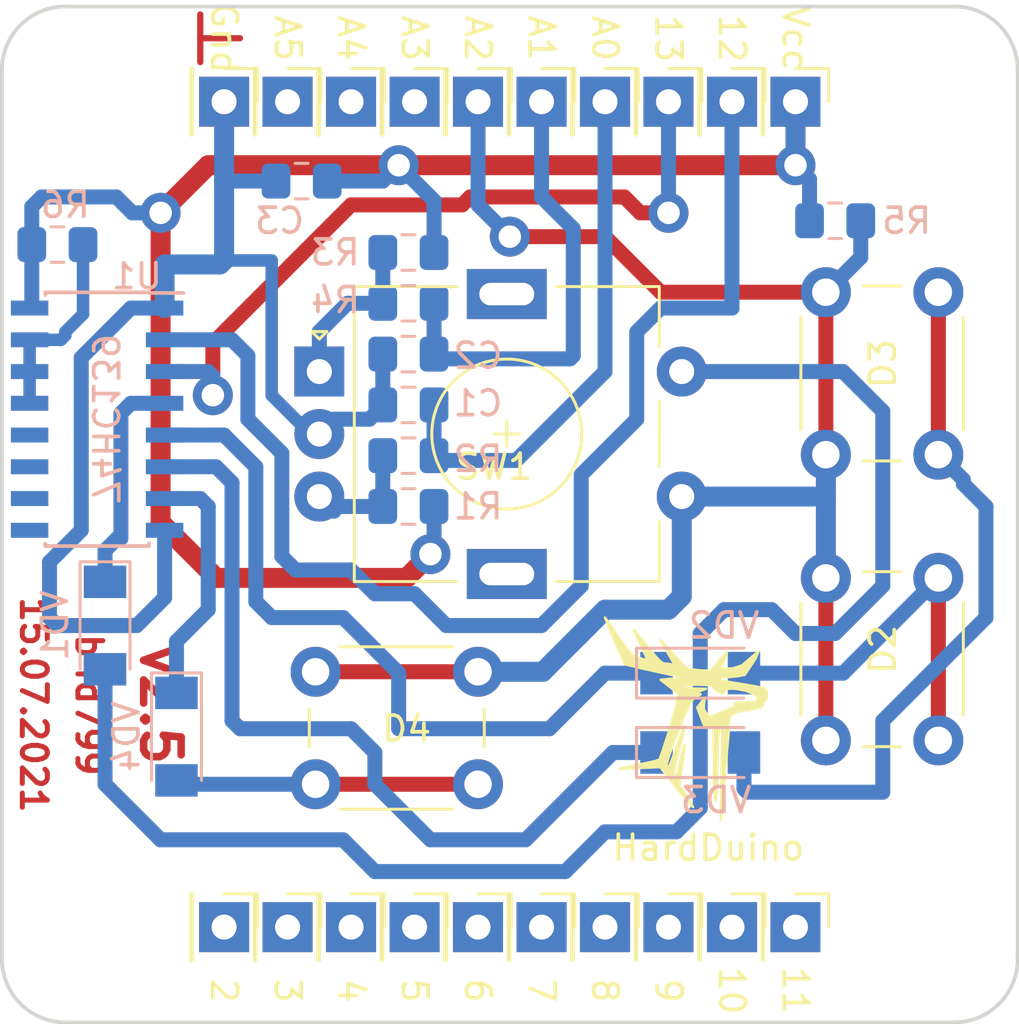
<source format=kicad_pcb>
(kicad_pcb (version 20171130) (host pcbnew "(5.1.8)-1")

  (general
    (thickness 1.6)
    (drawings 34)
    (tracks 205)
    (zones 0)
    (modules 42)
    (nets 36)
  )

  (page A4 portrait)
  (layers
    (0 F.Cu signal)
    (31 B.Cu signal)
    (32 B.Adhes user)
    (33 F.Adhes user)
    (34 B.Paste user)
    (35 F.Paste user)
    (36 B.SilkS user)
    (37 F.SilkS user)
    (38 B.Mask user)
    (39 F.Mask user)
    (40 Dwgs.User user)
    (41 Cmts.User user)
    (42 Eco1.User user)
    (43 Eco2.User user)
    (44 Edge.Cuts user)
    (45 Margin user)
    (46 B.CrtYd user)
    (47 F.CrtYd user)
    (48 B.Fab user)
    (49 F.Fab user)
  )

  (setup
    (last_trace_width 0.25)
    (user_trace_width 0.5)
    (user_trace_width 0.6)
    (user_trace_width 0.8)
    (trace_clearance 0.2)
    (zone_clearance 0.508)
    (zone_45_only no)
    (trace_min 0.2)
    (via_size 0.8)
    (via_drill 0.4)
    (via_min_size 0.4)
    (via_min_drill 0.3)
    (user_via 1.6 0.9)
    (user_via 1.6 1.1)
    (uvia_size 0.3)
    (uvia_drill 0.1)
    (uvias_allowed no)
    (uvia_min_size 0.2)
    (uvia_min_drill 0.1)
    (edge_width 0.05)
    (segment_width 0.2)
    (pcb_text_width 0.3)
    (pcb_text_size 1.5 1.5)
    (mod_edge_width 0.12)
    (mod_text_size 1 1)
    (mod_text_width 0.15)
    (pad_size 2 2)
    (pad_drill 1)
    (pad_to_mask_clearance 0.051)
    (solder_mask_min_width 0.1)
    (aux_axis_origin 0 0)
    (visible_elements 7FFFFFFF)
    (pcbplotparams
      (layerselection 0x010f0_ffffffff)
      (usegerberextensions false)
      (usegerberattributes false)
      (usegerberadvancedattributes false)
      (creategerberjobfile false)
      (excludeedgelayer true)
      (linewidth 0.100000)
      (plotframeref false)
      (viasonmask false)
      (mode 1)
      (useauxorigin false)
      (hpglpennumber 1)
      (hpglpenspeed 20)
      (hpglpendiameter 15.000000)
      (psnegative false)
      (psa4output false)
      (plotreference true)
      (plotvalue true)
      (plotinvisibletext false)
      (padsonsilk false)
      (subtractmaskfromsilk false)
      (outputformat 1)
      (mirror false)
      (drillshape 0)
      (scaleselection 1)
      (outputdirectory "gerber/"))
  )

  (net 0 "")
  (net 1 "Net-(J1-Pad1)")
  (net 2 "Net-(J2-Pad1)")
  (net 3 "Net-(J3-Pad1)")
  (net 4 "Net-(J4-Pad1)")
  (net 5 "Net-(J5-Pad1)")
  (net 6 "Net-(J6-Pad1)")
  (net 7 "Net-(J7-Pad1)")
  (net 8 "Net-(J8-Pad1)")
  (net 9 "Net-(J9-Pad1)")
  (net 10 "Net-(J10-Pad1)")
  (net 11 "Net-(J11-Pad1)")
  (net 12 "Net-(J12-Pad1)")
  (net 13 "Net-(J16-Pad1)")
  (net 14 "Net-(J17-Pad1)")
  (net 15 "Net-(J18-Pad1)")
  (net 16 GND)
  (net 17 "Net-(C1-Pad1)")
  (net 18 "Net-(C2-Pad1)")
  (net 19 VCC)
  (net 20 "Net-(D2-Pad1)")
  (net 21 "Net-(D3-Pad1)")
  (net 22 "Net-(D4-Pad1)")
  (net 23 "Net-(R1-Pad2)")
  (net 24 "Net-(R3-Pad2)")
  (net 25 "Net-(R6-Pad2)")
  (net 26 "Net-(U1-Pad9)")
  (net 27 "Net-(U1-Pad10)")
  (net 28 "Net-(U1-Pad11)")
  (net 29 "Net-(U1-Pad12)")
  (net 30 "Net-(D2-Pad2)")
  (net 31 "Net-(SW1-PadS2)")
  (net 32 "Net-(U1-Pad4)")
  (net 33 "Net-(U1-Pad5)")
  (net 34 "Net-(U1-Pad6)")
  (net 35 "Net-(U1-Pad7)")

  (net_class Default "Это класс цепей по умолчанию."
    (clearance 0.2)
    (trace_width 0.25)
    (via_dia 0.8)
    (via_drill 0.4)
    (uvia_dia 0.3)
    (uvia_drill 0.1)
    (add_net GND)
    (add_net "Net-(C1-Pad1)")
    (add_net "Net-(C2-Pad1)")
    (add_net "Net-(D2-Pad1)")
    (add_net "Net-(D2-Pad2)")
    (add_net "Net-(D3-Pad1)")
    (add_net "Net-(D4-Pad1)")
    (add_net "Net-(J1-Pad1)")
    (add_net "Net-(J10-Pad1)")
    (add_net "Net-(J11-Pad1)")
    (add_net "Net-(J12-Pad1)")
    (add_net "Net-(J16-Pad1)")
    (add_net "Net-(J17-Pad1)")
    (add_net "Net-(J18-Pad1)")
    (add_net "Net-(J2-Pad1)")
    (add_net "Net-(J3-Pad1)")
    (add_net "Net-(J4-Pad1)")
    (add_net "Net-(J5-Pad1)")
    (add_net "Net-(J6-Pad1)")
    (add_net "Net-(J7-Pad1)")
    (add_net "Net-(J8-Pad1)")
    (add_net "Net-(J9-Pad1)")
    (add_net "Net-(R1-Pad2)")
    (add_net "Net-(R3-Pad2)")
    (add_net "Net-(R6-Pad2)")
    (add_net "Net-(SW1-PadS2)")
    (add_net "Net-(U1-Pad10)")
    (add_net "Net-(U1-Pad11)")
    (add_net "Net-(U1-Pad12)")
    (add_net "Net-(U1-Pad4)")
    (add_net "Net-(U1-Pad5)")
    (add_net "Net-(U1-Pad6)")
    (add_net "Net-(U1-Pad7)")
    (add_net "Net-(U1-Pad9)")
    (add_net VCC)
  )

  (module Resistor_SMD:R_0805_2012Metric_Pad1.15x1.40mm_HandSolder (layer B.Cu) (tedit 5B36C52B) (tstamp 5D8A0A4A)
    (at 115.8875 46.6725)
    (descr "Resistor SMD 0805 (2012 Metric), square (rectangular) end terminal, IPC_7351 nominal with elongated pad for handsoldering. (Body size source: https://docs.google.com/spreadsheets/d/1BsfQQcO9C6DZCsRaXUlFlo91Tg2WpOkGARC1WS5S8t0/edit?usp=sharing), generated with kicad-footprint-generator")
    (tags "resistor handsolder")
    (path /5D89CC17)
    (attr smd)
    (fp_text reference R5 (at 2.8575 0) (layer B.SilkS)
      (effects (font (size 1 1) (thickness 0.15)) (justify mirror))
    )
    (fp_text value 10k (at 0 -1.65) (layer B.Fab)
      (effects (font (size 1 1) (thickness 0.15)) (justify mirror))
    )
    (fp_line (start 1.85 -0.95) (end -1.85 -0.95) (layer B.CrtYd) (width 0.05))
    (fp_line (start 1.85 0.95) (end 1.85 -0.95) (layer B.CrtYd) (width 0.05))
    (fp_line (start -1.85 0.95) (end 1.85 0.95) (layer B.CrtYd) (width 0.05))
    (fp_line (start -1.85 -0.95) (end -1.85 0.95) (layer B.CrtYd) (width 0.05))
    (fp_line (start -0.261252 -0.71) (end 0.261252 -0.71) (layer B.SilkS) (width 0.12))
    (fp_line (start -0.261252 0.71) (end 0.261252 0.71) (layer B.SilkS) (width 0.12))
    (fp_line (start 1 -0.6) (end -1 -0.6) (layer B.Fab) (width 0.1))
    (fp_line (start 1 0.6) (end 1 -0.6) (layer B.Fab) (width 0.1))
    (fp_line (start -1 0.6) (end 1 0.6) (layer B.Fab) (width 0.1))
    (fp_line (start -1 -0.6) (end -1 0.6) (layer B.Fab) (width 0.1))
    (fp_text user %R (at 0 0) (layer B.Fab)
      (effects (font (size 0.5 0.5) (thickness 0.08)) (justify mirror))
    )
    (pad 1 smd roundrect (at -1.025 0) (size 1.15 1.4) (layers B.Cu B.Paste B.Mask) (roundrect_rratio 0.2173904347826087)
      (net 19 VCC))
    (pad 2 smd roundrect (at 1.025 0) (size 1.15 1.4) (layers B.Cu B.Paste B.Mask) (roundrect_rratio 0.2173904347826087)
      (net 30 "Net-(D2-Pad2)"))
    (model ${KISYS3DMOD}/Resistor_SMD.3dshapes/R_0805_2012Metric.wrl
      (at (xyz 0 0 0))
      (scale (xyz 1 1 1))
      (rotate (xyz 0 0 0))
    )
  )

  (module Rotary_Encoder:RotaryEncoder_Alps_EC11E-Switch_Vertical_H20mm (layer F.Cu) (tedit 5D7E7A48) (tstamp 5D7EDB9F)
    (at 95.25 52.705)
    (descr "Alps rotary encoder, EC12E... with switch, vertical shaft, http://www.alps.com/prod/info/E/HTML/Encoder/Incremental/EC11/EC11E15204A3.html")
    (tags "rotary encoder")
    (path /5D7E7CAC)
    (fp_text reference SW1 (at 6.985 3.81) (layer F.SilkS)
      (effects (font (size 1 1) (thickness 0.15)))
    )
    (fp_text value Rotary_Encoder_Switch (at 7.5 10.4) (layer F.Fab)
      (effects (font (size 1 1) (thickness 0.15)))
    )
    (fp_line (start 7 2.5) (end 8 2.5) (layer F.SilkS) (width 0.12))
    (fp_line (start 7.5 2) (end 7.5 3) (layer F.SilkS) (width 0.12))
    (fp_line (start 13.6 6) (end 13.6 8.4) (layer F.SilkS) (width 0.12))
    (fp_line (start 13.6 1.2) (end 13.6 3.8) (layer F.SilkS) (width 0.12))
    (fp_line (start 13.6 -3.4) (end 13.6 -1) (layer F.SilkS) (width 0.12))
    (fp_line (start 4.5 2.5) (end 10.5 2.5) (layer F.Fab) (width 0.12))
    (fp_line (start 7.5 -0.5) (end 7.5 5.5) (layer F.Fab) (width 0.12))
    (fp_line (start 0.3 -1.6) (end 0 -1.3) (layer F.SilkS) (width 0.12))
    (fp_line (start -0.3 -1.6) (end 0.3 -1.6) (layer F.SilkS) (width 0.12))
    (fp_line (start 0 -1.3) (end -0.3 -1.6) (layer F.SilkS) (width 0.12))
    (fp_line (start 1.4 -3.4) (end 1.4 8.4) (layer F.SilkS) (width 0.12))
    (fp_line (start 5.5 -3.4) (end 1.4 -3.4) (layer F.SilkS) (width 0.12))
    (fp_line (start 5.5 8.4) (end 1.4 8.4) (layer F.SilkS) (width 0.12))
    (fp_line (start 13.6 8.4) (end 9.5 8.4) (layer F.SilkS) (width 0.12))
    (fp_line (start 9.5 -3.4) (end 13.6 -3.4) (layer F.SilkS) (width 0.12))
    (fp_line (start 1.5 -2.2) (end 2.5 -3.3) (layer F.Fab) (width 0.12))
    (fp_line (start 1.5 8.3) (end 1.5 -2.2) (layer F.Fab) (width 0.12))
    (fp_line (start 13.5 8.3) (end 1.5 8.3) (layer F.Fab) (width 0.12))
    (fp_line (start 13.5 -3.3) (end 13.5 8.3) (layer F.Fab) (width 0.12))
    (fp_line (start 2.5 -3.3) (end 13.5 -3.3) (layer F.Fab) (width 0.12))
    (fp_line (start -1.5 -4.6) (end 16 -4.6) (layer F.CrtYd) (width 0.05))
    (fp_line (start -1.5 -4.6) (end -1.5 9.6) (layer F.CrtYd) (width 0.05))
    (fp_line (start 16 9.6) (end 16 -4.6) (layer F.CrtYd) (width 0.05))
    (fp_line (start 16 9.6) (end -1.5 9.6) (layer F.CrtYd) (width 0.05))
    (fp_circle (center 7.5 2.5) (end 10.5 2.5) (layer F.SilkS) (width 0.12))
    (fp_circle (center 7.5 2.5) (end 10.5 2.5) (layer F.Fab) (width 0.12))
    (fp_text user %R (at 11.1 6.3) (layer F.Fab)
      (effects (font (size 1 1) (thickness 0.15)))
    )
    (pad A thru_hole rect (at 0 0) (size 2 2) (drill 1) (layers *.Cu *.Mask)
      (net 24 "Net-(R3-Pad2)"))
    (pad C thru_hole circle (at 0 2.5) (size 2 2) (drill 1) (layers *.Cu *.Mask)
      (net 16 GND))
    (pad B thru_hole circle (at 0 5) (size 2 2) (drill 1) (layers *.Cu *.Mask)
      (net 23 "Net-(R1-Pad2)"))
    (pad MP thru_hole rect (at 7.5 -3.1) (size 3.2 2) (drill oval 2.2 0.9) (layers *.Cu *.Mask))
    (pad MP thru_hole rect (at 7.5 8.1) (size 3.2 2) (drill oval 2.2 0.9) (layers *.Cu *.Mask))
    (pad S2 thru_hole circle (at 14.5 0) (size 2 2) (drill 1) (layers *.Cu *.Mask)
      (net 31 "Net-(SW1-PadS2)"))
    (pad S1 thru_hole circle (at 14.5 5) (size 2 2) (drill 1) (layers *.Cu *.Mask)
      (net 30 "Net-(D2-Pad2)"))
    (model ${KISYS3DMOD}/Rotary_Encoder.3dshapes/RotaryEncoder_Alps_EC11E-Switch_Vertical_H20mm.wrl
      (at (xyz 0 0 0))
      (scale (xyz 1 1 1))
      (rotate (xyz 0 0 0))
    )
  )

  (module CommonLibrary:6x6-tact-btn (layer F.Cu) (tedit 5D7B292D) (tstamp 5D7ED821)
    (at 120.015 60.96 270)
    (path /5D7E8B22)
    (fp_text reference D2 (at 2.8575 2.2225 90) (layer F.SilkS)
      (effects (font (size 1 1) (thickness 0.15)))
    )
    (fp_text value 6x6-tact-btn (at 0 -0.5 90) (layer F.Fab)
      (effects (font (size 1 1) (thickness 0.15)))
    )
    (fp_line (start 3.25 -0.75) (end 6.25 -0.75) (layer F.Fab) (width 0.1))
    (fp_line (start 6.25 -0.75) (end 6.25 5.25) (layer F.Fab) (width 0.1))
    (fp_line (start 6.25 5.25) (end 0.25 5.25) (layer F.Fab) (width 0.1))
    (fp_line (start 0.25 5.25) (end 0.25 -0.75) (layer F.Fab) (width 0.1))
    (fp_line (start 0.25 -0.75) (end 3.25 -0.75) (layer F.Fab) (width 0.1))
    (fp_line (start 7.75 6) (end 8 6) (layer F.CrtYd) (width 0.05))
    (fp_line (start 8 6) (end 8 5.75) (layer F.CrtYd) (width 0.05))
    (fp_line (start 7.75 -1.5) (end 8 -1.5) (layer F.CrtYd) (width 0.05))
    (fp_line (start 8 -1.5) (end 8 -1.25) (layer F.CrtYd) (width 0.05))
    (fp_line (start -1.5 -1.25) (end -1.5 -1.5) (layer F.CrtYd) (width 0.05))
    (fp_line (start -1.5 -1.5) (end -1.25 -1.5) (layer F.CrtYd) (width 0.05))
    (fp_line (start -1.5 5.75) (end -1.5 6) (layer F.CrtYd) (width 0.05))
    (fp_line (start -1.5 6) (end -1.25 6) (layer F.CrtYd) (width 0.05))
    (fp_line (start -1.25 -1.5) (end 7.75 -1.5) (layer F.CrtYd) (width 0.05))
    (fp_line (start -1.5 5.75) (end -1.5 -1.25) (layer F.CrtYd) (width 0.05))
    (fp_line (start 7.75 6) (end -1.25 6) (layer F.CrtYd) (width 0.05))
    (fp_line (start 8 -1.25) (end 8 5.75) (layer F.CrtYd) (width 0.05))
    (fp_line (start 1 5.5) (end 5.5 5.5) (layer F.SilkS) (width 0.12))
    (fp_line (start -0.25 1.5) (end -0.25 3) (layer F.SilkS) (width 0.12))
    (fp_line (start 5.5 -1) (end 1 -1) (layer F.SilkS) (width 0.12))
    (fp_line (start 6.75 3) (end 6.75 1.5) (layer F.SilkS) (width 0.12))
    (fp_circle (center 3.25 2.25) (end 1.25 2.5) (layer F.Fab) (width 0.1))
    (pad 1 thru_hole circle (at 6.5 0) (size 2 2) (drill 1.1) (layers *.Cu *.Mask)
      (net 20 "Net-(D2-Pad1)"))
    (pad 2 thru_hole circle (at 6.5 4.5) (size 2 2) (drill 1.1) (layers *.Cu *.Mask)
      (net 30 "Net-(D2-Pad2)"))
    (pad 1 thru_hole circle (at 0 0) (size 2 2) (drill 1.1) (layers *.Cu *.Mask)
      (net 20 "Net-(D2-Pad1)"))
    (pad 2 thru_hole circle (at 0 4.5) (size 2 2) (drill 1.1) (layers *.Cu *.Mask)
      (net 30 "Net-(D2-Pad2)"))
  )

  (module CommonLibrary:6x6-tact-btn (layer F.Cu) (tedit 5D7B292D) (tstamp 5D7ED7E5)
    (at 101.6 69.215 180)
    (path /5D7E95C4)
    (fp_text reference D4 (at 2.8575 2.2225) (layer F.SilkS)
      (effects (font (size 1 1) (thickness 0.15)))
    )
    (fp_text value 6x6-tact-btn (at 0 -0.5) (layer F.Fab)
      (effects (font (size 1 1) (thickness 0.15)))
    )
    (fp_line (start 3.25 -0.75) (end 6.25 -0.75) (layer F.Fab) (width 0.1))
    (fp_line (start 6.25 -0.75) (end 6.25 5.25) (layer F.Fab) (width 0.1))
    (fp_line (start 6.25 5.25) (end 0.25 5.25) (layer F.Fab) (width 0.1))
    (fp_line (start 0.25 5.25) (end 0.25 -0.75) (layer F.Fab) (width 0.1))
    (fp_line (start 0.25 -0.75) (end 3.25 -0.75) (layer F.Fab) (width 0.1))
    (fp_line (start 7.75 6) (end 8 6) (layer F.CrtYd) (width 0.05))
    (fp_line (start 8 6) (end 8 5.75) (layer F.CrtYd) (width 0.05))
    (fp_line (start 7.75 -1.5) (end 8 -1.5) (layer F.CrtYd) (width 0.05))
    (fp_line (start 8 -1.5) (end 8 -1.25) (layer F.CrtYd) (width 0.05))
    (fp_line (start -1.5 -1.25) (end -1.5 -1.5) (layer F.CrtYd) (width 0.05))
    (fp_line (start -1.5 -1.5) (end -1.25 -1.5) (layer F.CrtYd) (width 0.05))
    (fp_line (start -1.5 5.75) (end -1.5 6) (layer F.CrtYd) (width 0.05))
    (fp_line (start -1.5 6) (end -1.25 6) (layer F.CrtYd) (width 0.05))
    (fp_line (start -1.25 -1.5) (end 7.75 -1.5) (layer F.CrtYd) (width 0.05))
    (fp_line (start -1.5 5.75) (end -1.5 -1.25) (layer F.CrtYd) (width 0.05))
    (fp_line (start 7.75 6) (end -1.25 6) (layer F.CrtYd) (width 0.05))
    (fp_line (start 8 -1.25) (end 8 5.75) (layer F.CrtYd) (width 0.05))
    (fp_line (start 1 5.5) (end 5.5 5.5) (layer F.SilkS) (width 0.12))
    (fp_line (start -0.25 1.5) (end -0.25 3) (layer F.SilkS) (width 0.12))
    (fp_line (start 5.5 -1) (end 1 -1) (layer F.SilkS) (width 0.12))
    (fp_line (start 6.75 3) (end 6.75 1.5) (layer F.SilkS) (width 0.12))
    (fp_circle (center 3.25 2.25) (end 1.25 2.5) (layer F.Fab) (width 0.1))
    (pad 1 thru_hole circle (at 6.5 0 270) (size 2 2) (drill 1.1) (layers *.Cu *.Mask)
      (net 22 "Net-(D4-Pad1)"))
    (pad 2 thru_hole circle (at 6.5 4.5 270) (size 2 2) (drill 1.1) (layers *.Cu *.Mask)
      (net 30 "Net-(D2-Pad2)"))
    (pad 1 thru_hole circle (at 0 0 270) (size 2 2) (drill 1.1) (layers *.Cu *.Mask)
      (net 22 "Net-(D4-Pad1)"))
    (pad 2 thru_hole circle (at 0 4.5 270) (size 2 2) (drill 1.1) (layers *.Cu *.Mask)
      (net 30 "Net-(D2-Pad2)"))
  )

  (module CommonLibrary:6x6-tact-btn (layer F.Cu) (tedit 5D7B292D) (tstamp 5D7EE0FD)
    (at 120.015 49.53 270)
    (path /5D7E8F4B)
    (fp_text reference D3 (at 2.8575 2.2225 90) (layer F.SilkS)
      (effects (font (size 1 1) (thickness 0.15)))
    )
    (fp_text value 6x6-tact-btn (at 0 -0.5 90) (layer F.Fab)
      (effects (font (size 1 1) (thickness 0.15)))
    )
    (fp_line (start 3.25 -0.75) (end 6.25 -0.75) (layer F.Fab) (width 0.1))
    (fp_line (start 6.25 -0.75) (end 6.25 5.25) (layer F.Fab) (width 0.1))
    (fp_line (start 6.25 5.25) (end 0.25 5.25) (layer F.Fab) (width 0.1))
    (fp_line (start 0.25 5.25) (end 0.25 -0.75) (layer F.Fab) (width 0.1))
    (fp_line (start 0.25 -0.75) (end 3.25 -0.75) (layer F.Fab) (width 0.1))
    (fp_line (start 7.75 6) (end 8 6) (layer F.CrtYd) (width 0.05))
    (fp_line (start 8 6) (end 8 5.75) (layer F.CrtYd) (width 0.05))
    (fp_line (start 7.75 -1.5) (end 8 -1.5) (layer F.CrtYd) (width 0.05))
    (fp_line (start 8 -1.5) (end 8 -1.25) (layer F.CrtYd) (width 0.05))
    (fp_line (start -1.5 -1.25) (end -1.5 -1.5) (layer F.CrtYd) (width 0.05))
    (fp_line (start -1.5 -1.5) (end -1.25 -1.5) (layer F.CrtYd) (width 0.05))
    (fp_line (start -1.5 5.75) (end -1.5 6) (layer F.CrtYd) (width 0.05))
    (fp_line (start -1.5 6) (end -1.25 6) (layer F.CrtYd) (width 0.05))
    (fp_line (start -1.25 -1.5) (end 7.75 -1.5) (layer F.CrtYd) (width 0.05))
    (fp_line (start -1.5 5.75) (end -1.5 -1.25) (layer F.CrtYd) (width 0.05))
    (fp_line (start 7.75 6) (end -1.25 6) (layer F.CrtYd) (width 0.05))
    (fp_line (start 8 -1.25) (end 8 5.75) (layer F.CrtYd) (width 0.05))
    (fp_line (start 1 5.5) (end 5.5 5.5) (layer F.SilkS) (width 0.12))
    (fp_line (start -0.25 1.5) (end -0.25 3) (layer F.SilkS) (width 0.12))
    (fp_line (start 5.5 -1) (end 1 -1) (layer F.SilkS) (width 0.12))
    (fp_line (start 6.75 3) (end 6.75 1.5) (layer F.SilkS) (width 0.12))
    (fp_circle (center 3.25 2.25) (end 1.25 2.5) (layer F.Fab) (width 0.1))
    (pad 1 thru_hole circle (at 6.5 0) (size 2 2) (drill 1.1) (layers *.Cu *.Mask)
      (net 21 "Net-(D3-Pad1)"))
    (pad 2 thru_hole circle (at 6.5 4.5) (size 2 2) (drill 1.1) (layers *.Cu *.Mask)
      (net 30 "Net-(D2-Pad2)"))
    (pad 1 thru_hole circle (at 0 0) (size 2 2) (drill 1.1) (layers *.Cu *.Mask)
      (net 21 "Net-(D3-Pad1)"))
    (pad 2 thru_hole circle (at 0 4.5) (size 2 2) (drill 1.1) (layers *.Cu *.Mask)
      (net 30 "Net-(D2-Pad2)"))
  )

  (module MountingHole:MountingHole_3.2mm_M3 (layer F.Cu) (tedit 56D1B4CB) (tstamp 5D79781E)
    (at 118.83 42.87)
    (descr "Mounting Hole 3.2mm, no annular, M3")
    (tags "mounting hole 3.2mm no annular m3")
    (path /5D791BF4)
    (attr virtual)
    (fp_text reference H1 (at -3.81 -4.2 90) (layer F.SilkS) hide
      (effects (font (size 1 1) (thickness 0.15)))
    )
    (fp_text value MountingHole (at 2.54 -5.08 90) (layer F.Fab) hide
      (effects (font (size 1 1) (thickness 0.15)))
    )
    (fp_circle (center 0 0) (end 3.2 0) (layer Cmts.User) (width 0.15))
    (fp_circle (center 0 0) (end 3.45 0) (layer F.CrtYd) (width 0.05))
    (fp_text user %R (at 0.3 0 90) (layer F.Fab)
      (effects (font (size 1 1) (thickness 0.15)))
    )
    (pad 1 np_thru_hole circle (at 0 0 270) (size 3.2 3.2) (drill 3.2) (layers *.Cu *.Mask))
  )

  (module MountingHole:MountingHole_3.2mm_M3 (layer F.Cu) (tedit 56D1B4CB) (tstamp 5D797826)
    (at 86.91 42.87)
    (descr "Mounting Hole 3.2mm, no annular, M3")
    (tags "mounting hole 3.2mm no annular m3")
    (path /5D793188)
    (attr virtual)
    (fp_text reference H2 (at -3.81 3.81 90) (layer F.SilkS) hide
      (effects (font (size 1 1) (thickness 0.15)))
    )
    (fp_text value MountingHole (at 3.81 5.08 90) (layer F.Fab) hide
      (effects (font (size 1 1) (thickness 0.15)))
    )
    (fp_circle (center 0 0) (end 3.45 0) (layer F.CrtYd) (width 0.05))
    (fp_circle (center 0 0) (end 3.2 0) (layer Cmts.User) (width 0.15))
    (fp_text user %R (at 0.3 0 90) (layer F.Fab)
      (effects (font (size 1 1) (thickness 0.15)))
    )
    (pad 1 np_thru_hole circle (at 0 0 270) (size 3.2 3.2) (drill 3.2) (layers *.Cu *.Mask))
  )

  (module MountingHole:MountingHole_3.2mm_M3 (layer F.Cu) (tedit 56D1B4CB) (tstamp 5D79782E)
    (at 118.83 73.97)
    (descr "Mounting Hole 3.2mm, no annular, M3")
    (tags "mounting hole 3.2mm no annular m3")
    (path /5D793224)
    (attr virtual)
    (fp_text reference H3 (at 3.81 -3.81 90) (layer F.SilkS) hide
      (effects (font (size 1 1) (thickness 0.15)))
    )
    (fp_text value MountingHole (at -2.54 -5.08 90) (layer F.Fab) hide
      (effects (font (size 1 1) (thickness 0.15)))
    )
    (fp_circle (center 0 0) (end 3.2 0) (layer Cmts.User) (width 0.15))
    (fp_circle (center 0 0) (end 3.45 0) (layer F.CrtYd) (width 0.05))
    (fp_text user %R (at 0.3 0 90) (layer F.Fab)
      (effects (font (size 1 1) (thickness 0.15)))
    )
    (pad 1 np_thru_hole circle (at 0 0 270) (size 3.2 3.2) (drill 3.2) (layers *.Cu *.Mask))
  )

  (module MountingHole:MountingHole_3.2mm_M3 (layer F.Cu) (tedit 56D1B4CB) (tstamp 5D797836)
    (at 86.91 73.97)
    (descr "Mounting Hole 3.2mm, no annular, M3")
    (tags "mounting hole 3.2mm no annular m3")
    (path /5D7932CC)
    (attr virtual)
    (fp_text reference H4 (at 3.81 3.81 90) (layer F.SilkS) hide
      (effects (font (size 1 1) (thickness 0.15)))
    )
    (fp_text value MountingHole (at -5.08 5.08 90) (layer F.Fab) hide
      (effects (font (size 1 1) (thickness 0.15)))
    )
    (fp_circle (center 0 0) (end 3.45 0) (layer F.CrtYd) (width 0.05))
    (fp_circle (center 0 0) (end 3.2 0) (layer Cmts.User) (width 0.15))
    (fp_text user %R (at 0 0 90) (layer F.Fab)
      (effects (font (size 1 1) (thickness 0.15)))
    )
    (pad 1 np_thru_hole circle (at 0 0 270) (size 3.2 3.2) (drill 3.2) (layers *.Cu *.Mask))
  )

  (module Connector_PinHeader_2.54mm:PinHeader_1x01_P2.54mm_Vertical (layer F.Cu) (tedit 5D7E7BA7) (tstamp 5D79784B)
    (at 91.44 74.93 270)
    (descr "Through hole straight pin header, 1x01, 2.54mm pitch, single row")
    (tags "Through hole pin header THT 1x01 2.54mm single row")
    (path /5D793457)
    (fp_text reference J1 (at -2.54 0 90) (layer F.SilkS) hide
      (effects (font (size 1 1) (thickness 0.15)))
    )
    (fp_text value 2 (at 2.54 0 90) (layer F.Fab)
      (effects (font (size 1 1) (thickness 0.15)))
    )
    (fp_line (start -0.635 -1.27) (end 1.27 -1.27) (layer F.Fab) (width 0.1))
    (fp_line (start 1.27 -1.27) (end 1.27 1.27) (layer F.Fab) (width 0.1))
    (fp_line (start 1.27 1.27) (end -1.27 1.27) (layer F.Fab) (width 0.1))
    (fp_line (start -1.27 1.27) (end -1.27 -0.635) (layer F.Fab) (width 0.1))
    (fp_line (start -1.27 -0.635) (end -0.635 -1.27) (layer F.Fab) (width 0.1))
    (fp_line (start -1.33 1.33) (end 1.33 1.33) (layer F.SilkS) (width 0.12))
    (fp_line (start -1.33 1.27) (end -1.33 1.33) (layer F.SilkS) (width 0.12))
    (fp_line (start 1.33 1.27) (end 1.33 1.33) (layer F.SilkS) (width 0.12))
    (fp_line (start -1.33 1.27) (end 1.33 1.27) (layer F.SilkS) (width 0.12))
    (fp_line (start -1.33 0) (end -1.33 -1.33) (layer F.SilkS) (width 0.12))
    (fp_line (start -1.33 -1.33) (end 0 -1.33) (layer F.SilkS) (width 0.12))
    (fp_line (start -1.8 -1.8) (end -1.8 1.8) (layer F.CrtYd) (width 0.05))
    (fp_line (start -1.8 1.8) (end 1.8 1.8) (layer F.CrtYd) (width 0.05))
    (fp_line (start 1.8 1.8) (end 1.8 -1.8) (layer F.CrtYd) (width 0.05))
    (fp_line (start 1.8 -1.8) (end -1.8 -1.8) (layer F.CrtYd) (width 0.05))
    (fp_text user %R (at 0 0) (layer F.Fab)
      (effects (font (size 1 1) (thickness 0.15)))
    )
    (pad 1 thru_hole rect (at 0 0 270) (size 2 2) (drill 1) (layers *.Cu *.Mask)
      (net 1 "Net-(J1-Pad1)"))
    (model ${KISYS3DMOD}/Connector_PinHeader_2.54mm.3dshapes/PinHeader_1x01_P2.54mm_Vertical.wrl
      (at (xyz 0 0 0))
      (scale (xyz 1 1 1))
      (rotate (xyz 0 0 0))
    )
  )

  (module Connector_PinHeader_2.54mm:PinHeader_1x01_P2.54mm_Vertical (layer F.Cu) (tedit 5D7E7B9C) (tstamp 5D797860)
    (at 93.98 74.93 270)
    (descr "Through hole straight pin header, 1x01, 2.54mm pitch, single row")
    (tags "Through hole pin header THT 1x01 2.54mm single row")
    (path /5D794940)
    (fp_text reference J2 (at -2.54 0 90) (layer F.SilkS) hide
      (effects (font (size 1 1) (thickness 0.15)))
    )
    (fp_text value 3 (at 2.54 0 90) (layer F.Fab)
      (effects (font (size 1 1) (thickness 0.15)))
    )
    (fp_line (start 1.8 -1.8) (end -1.8 -1.8) (layer F.CrtYd) (width 0.05))
    (fp_line (start 1.8 1.8) (end 1.8 -1.8) (layer F.CrtYd) (width 0.05))
    (fp_line (start -1.8 1.8) (end 1.8 1.8) (layer F.CrtYd) (width 0.05))
    (fp_line (start -1.8 -1.8) (end -1.8 1.8) (layer F.CrtYd) (width 0.05))
    (fp_line (start -1.33 -1.33) (end 0 -1.33) (layer F.SilkS) (width 0.12))
    (fp_line (start -1.33 0) (end -1.33 -1.33) (layer F.SilkS) (width 0.12))
    (fp_line (start -1.33 1.27) (end 1.33 1.27) (layer F.SilkS) (width 0.12))
    (fp_line (start 1.33 1.27) (end 1.33 1.33) (layer F.SilkS) (width 0.12))
    (fp_line (start -1.33 1.27) (end -1.33 1.33) (layer F.SilkS) (width 0.12))
    (fp_line (start -1.33 1.33) (end 1.33 1.33) (layer F.SilkS) (width 0.12))
    (fp_line (start -1.27 -0.635) (end -0.635 -1.27) (layer F.Fab) (width 0.1))
    (fp_line (start -1.27 1.27) (end -1.27 -0.635) (layer F.Fab) (width 0.1))
    (fp_line (start 1.27 1.27) (end -1.27 1.27) (layer F.Fab) (width 0.1))
    (fp_line (start 1.27 -1.27) (end 1.27 1.27) (layer F.Fab) (width 0.1))
    (fp_line (start -0.635 -1.27) (end 1.27 -1.27) (layer F.Fab) (width 0.1))
    (fp_text user %R (at 0 0) (layer F.Fab)
      (effects (font (size 1 1) (thickness 0.15)))
    )
    (pad 1 thru_hole rect (at 0 0 270) (size 2 2) (drill 1) (layers *.Cu *.Mask)
      (net 2 "Net-(J2-Pad1)"))
    (model ${KISYS3DMOD}/Connector_PinHeader_2.54mm.3dshapes/PinHeader_1x01_P2.54mm_Vertical.wrl
      (at (xyz 0 0 0))
      (scale (xyz 1 1 1))
      (rotate (xyz 0 0 0))
    )
  )

  (module Connector_PinHeader_2.54mm:PinHeader_1x01_P2.54mm_Vertical (layer F.Cu) (tedit 5D7E7B96) (tstamp 5D797875)
    (at 96.52 74.93 270)
    (descr "Through hole straight pin header, 1x01, 2.54mm pitch, single row")
    (tags "Through hole pin header THT 1x01 2.54mm single row")
    (path /5D794B32)
    (fp_text reference J3 (at -2.54 0 90) (layer F.SilkS) hide
      (effects (font (size 1 1) (thickness 0.15)))
    )
    (fp_text value 4 (at 2.54 0 90) (layer F.Fab)
      (effects (font (size 1 1) (thickness 0.15)))
    )
    (fp_line (start -0.635 -1.27) (end 1.27 -1.27) (layer F.Fab) (width 0.1))
    (fp_line (start 1.27 -1.27) (end 1.27 1.27) (layer F.Fab) (width 0.1))
    (fp_line (start 1.27 1.27) (end -1.27 1.27) (layer F.Fab) (width 0.1))
    (fp_line (start -1.27 1.27) (end -1.27 -0.635) (layer F.Fab) (width 0.1))
    (fp_line (start -1.27 -0.635) (end -0.635 -1.27) (layer F.Fab) (width 0.1))
    (fp_line (start -1.33 1.33) (end 1.33 1.33) (layer F.SilkS) (width 0.12))
    (fp_line (start -1.33 1.27) (end -1.33 1.33) (layer F.SilkS) (width 0.12))
    (fp_line (start 1.33 1.27) (end 1.33 1.33) (layer F.SilkS) (width 0.12))
    (fp_line (start -1.33 1.27) (end 1.33 1.27) (layer F.SilkS) (width 0.12))
    (fp_line (start -1.33 0) (end -1.33 -1.33) (layer F.SilkS) (width 0.12))
    (fp_line (start -1.33 -1.33) (end 0 -1.33) (layer F.SilkS) (width 0.12))
    (fp_line (start -1.8 -1.8) (end -1.8 1.8) (layer F.CrtYd) (width 0.05))
    (fp_line (start -1.8 1.8) (end 1.8 1.8) (layer F.CrtYd) (width 0.05))
    (fp_line (start 1.8 1.8) (end 1.8 -1.8) (layer F.CrtYd) (width 0.05))
    (fp_line (start 1.8 -1.8) (end -1.8 -1.8) (layer F.CrtYd) (width 0.05))
    (fp_text user %R (at 0 0) (layer F.Fab)
      (effects (font (size 1 1) (thickness 0.15)))
    )
    (pad 1 thru_hole rect (at 0 0 270) (size 2 2) (drill 1) (layers *.Cu *.Mask)
      (net 3 "Net-(J3-Pad1)"))
    (model ${KISYS3DMOD}/Connector_PinHeader_2.54mm.3dshapes/PinHeader_1x01_P2.54mm_Vertical.wrl
      (at (xyz 0 0 0))
      (scale (xyz 1 1 1))
      (rotate (xyz 0 0 0))
    )
  )

  (module Connector_PinHeader_2.54mm:PinHeader_1x01_P2.54mm_Vertical (layer F.Cu) (tedit 5D7E7B8F) (tstamp 5D79788A)
    (at 99.06 74.93 270)
    (descr "Through hole straight pin header, 1x01, 2.54mm pitch, single row")
    (tags "Through hole pin header THT 1x01 2.54mm single row")
    (path /5D794C66)
    (fp_text reference J4 (at -2.54 0 90) (layer F.SilkS) hide
      (effects (font (size 1 1) (thickness 0.15)))
    )
    (fp_text value 5 (at 2.54 0 90) (layer F.Fab)
      (effects (font (size 1 1) (thickness 0.15)))
    )
    (fp_line (start 1.8 -1.8) (end -1.8 -1.8) (layer F.CrtYd) (width 0.05))
    (fp_line (start 1.8 1.8) (end 1.8 -1.8) (layer F.CrtYd) (width 0.05))
    (fp_line (start -1.8 1.8) (end 1.8 1.8) (layer F.CrtYd) (width 0.05))
    (fp_line (start -1.8 -1.8) (end -1.8 1.8) (layer F.CrtYd) (width 0.05))
    (fp_line (start -1.33 -1.33) (end 0 -1.33) (layer F.SilkS) (width 0.12))
    (fp_line (start -1.33 0) (end -1.33 -1.33) (layer F.SilkS) (width 0.12))
    (fp_line (start -1.33 1.27) (end 1.33 1.27) (layer F.SilkS) (width 0.12))
    (fp_line (start 1.33 1.27) (end 1.33 1.33) (layer F.SilkS) (width 0.12))
    (fp_line (start -1.33 1.27) (end -1.33 1.33) (layer F.SilkS) (width 0.12))
    (fp_line (start -1.33 1.33) (end 1.33 1.33) (layer F.SilkS) (width 0.12))
    (fp_line (start -1.27 -0.635) (end -0.635 -1.27) (layer F.Fab) (width 0.1))
    (fp_line (start -1.27 1.27) (end -1.27 -0.635) (layer F.Fab) (width 0.1))
    (fp_line (start 1.27 1.27) (end -1.27 1.27) (layer F.Fab) (width 0.1))
    (fp_line (start 1.27 -1.27) (end 1.27 1.27) (layer F.Fab) (width 0.1))
    (fp_line (start -0.635 -1.27) (end 1.27 -1.27) (layer F.Fab) (width 0.1))
    (fp_text user %R (at 0 0) (layer F.Fab)
      (effects (font (size 1 1) (thickness 0.15)))
    )
    (pad 1 thru_hole rect (at 0 0 270) (size 2 2) (drill 1) (layers *.Cu *.Mask)
      (net 4 "Net-(J4-Pad1)"))
    (model ${KISYS3DMOD}/Connector_PinHeader_2.54mm.3dshapes/PinHeader_1x01_P2.54mm_Vertical.wrl
      (at (xyz 0 0 0))
      (scale (xyz 1 1 1))
      (rotate (xyz 0 0 0))
    )
  )

  (module Connector_PinHeader_2.54mm:PinHeader_1x01_P2.54mm_Vertical (layer F.Cu) (tedit 5D7E7B88) (tstamp 5D79789F)
    (at 101.6 74.93 270)
    (descr "Through hole straight pin header, 1x01, 2.54mm pitch, single row")
    (tags "Through hole pin header THT 1x01 2.54mm single row")
    (path /5D794EF4)
    (fp_text reference J5 (at -2.54 0 90) (layer F.SilkS) hide
      (effects (font (size 1 1) (thickness 0.15)))
    )
    (fp_text value 6 (at 2.54 0 90) (layer F.Fab)
      (effects (font (size 1 1) (thickness 0.15)))
    )
    (fp_line (start -0.635 -1.27) (end 1.27 -1.27) (layer F.Fab) (width 0.1))
    (fp_line (start 1.27 -1.27) (end 1.27 1.27) (layer F.Fab) (width 0.1))
    (fp_line (start 1.27 1.27) (end -1.27 1.27) (layer F.Fab) (width 0.1))
    (fp_line (start -1.27 1.27) (end -1.27 -0.635) (layer F.Fab) (width 0.1))
    (fp_line (start -1.27 -0.635) (end -0.635 -1.27) (layer F.Fab) (width 0.1))
    (fp_line (start -1.33 1.33) (end 1.33 1.33) (layer F.SilkS) (width 0.12))
    (fp_line (start -1.33 1.27) (end -1.33 1.33) (layer F.SilkS) (width 0.12))
    (fp_line (start 1.33 1.27) (end 1.33 1.33) (layer F.SilkS) (width 0.12))
    (fp_line (start -1.33 1.27) (end 1.33 1.27) (layer F.SilkS) (width 0.12))
    (fp_line (start -1.33 0) (end -1.33 -1.33) (layer F.SilkS) (width 0.12))
    (fp_line (start -1.33 -1.33) (end 0 -1.33) (layer F.SilkS) (width 0.12))
    (fp_line (start -1.8 -1.8) (end -1.8 1.8) (layer F.CrtYd) (width 0.05))
    (fp_line (start -1.8 1.8) (end 1.8 1.8) (layer F.CrtYd) (width 0.05))
    (fp_line (start 1.8 1.8) (end 1.8 -1.8) (layer F.CrtYd) (width 0.05))
    (fp_line (start 1.8 -1.8) (end -1.8 -1.8) (layer F.CrtYd) (width 0.05))
    (fp_text user %R (at 0 0) (layer F.Fab)
      (effects (font (size 1 1) (thickness 0.15)))
    )
    (pad 1 thru_hole rect (at 0 0 270) (size 2 2) (drill 1) (layers *.Cu *.Mask)
      (net 5 "Net-(J5-Pad1)"))
    (model ${KISYS3DMOD}/Connector_PinHeader_2.54mm.3dshapes/PinHeader_1x01_P2.54mm_Vertical.wrl
      (at (xyz 0 0 0))
      (scale (xyz 1 1 1))
      (rotate (xyz 0 0 0))
    )
  )

  (module Connector_PinHeader_2.54mm:PinHeader_1x01_P2.54mm_Vertical (layer F.Cu) (tedit 5D7E7B7B) (tstamp 5D7978B4)
    (at 104.14 74.93 270)
    (descr "Through hole straight pin header, 1x01, 2.54mm pitch, single row")
    (tags "Through hole pin header THT 1x01 2.54mm single row")
    (path /5D795168)
    (fp_text reference J6 (at -2.54 0 90) (layer F.SilkS) hide
      (effects (font (size 1 1) (thickness 0.15)))
    )
    (fp_text value 7 (at 2.54 0 90) (layer F.Fab)
      (effects (font (size 1 1) (thickness 0.15)))
    )
    (fp_line (start 1.8 -1.8) (end -1.8 -1.8) (layer F.CrtYd) (width 0.05))
    (fp_line (start 1.8 1.8) (end 1.8 -1.8) (layer F.CrtYd) (width 0.05))
    (fp_line (start -1.8 1.8) (end 1.8 1.8) (layer F.CrtYd) (width 0.05))
    (fp_line (start -1.8 -1.8) (end -1.8 1.8) (layer F.CrtYd) (width 0.05))
    (fp_line (start -1.33 -1.33) (end 0 -1.33) (layer F.SilkS) (width 0.12))
    (fp_line (start -1.33 0) (end -1.33 -1.33) (layer F.SilkS) (width 0.12))
    (fp_line (start -1.33 1.27) (end 1.33 1.27) (layer F.SilkS) (width 0.12))
    (fp_line (start 1.33 1.27) (end 1.33 1.33) (layer F.SilkS) (width 0.12))
    (fp_line (start -1.33 1.27) (end -1.33 1.33) (layer F.SilkS) (width 0.12))
    (fp_line (start -1.33 1.33) (end 1.33 1.33) (layer F.SilkS) (width 0.12))
    (fp_line (start -1.27 -0.635) (end -0.635 -1.27) (layer F.Fab) (width 0.1))
    (fp_line (start -1.27 1.27) (end -1.27 -0.635) (layer F.Fab) (width 0.1))
    (fp_line (start 1.27 1.27) (end -1.27 1.27) (layer F.Fab) (width 0.1))
    (fp_line (start 1.27 -1.27) (end 1.27 1.27) (layer F.Fab) (width 0.1))
    (fp_line (start -0.635 -1.27) (end 1.27 -1.27) (layer F.Fab) (width 0.1))
    (fp_text user %R (at 0 0) (layer F.Fab)
      (effects (font (size 1 1) (thickness 0.15)))
    )
    (pad 1 thru_hole rect (at 0 0 270) (size 2 2) (drill 1) (layers *.Cu *.Mask)
      (net 6 "Net-(J6-Pad1)"))
    (model ${KISYS3DMOD}/Connector_PinHeader_2.54mm.3dshapes/PinHeader_1x01_P2.54mm_Vertical.wrl
      (at (xyz 0 0 0))
      (scale (xyz 1 1 1))
      (rotate (xyz 0 0 0))
    )
  )

  (module Connector_PinHeader_2.54mm:PinHeader_1x01_P2.54mm_Vertical (layer F.Cu) (tedit 5D7E7B75) (tstamp 5D7978C9)
    (at 106.68 74.93 270)
    (descr "Through hole straight pin header, 1x01, 2.54mm pitch, single row")
    (tags "Through hole pin header THT 1x01 2.54mm single row")
    (path /5D795340)
    (fp_text reference J7 (at -2.54 0 90) (layer F.SilkS) hide
      (effects (font (size 1 1) (thickness 0.15)))
    )
    (fp_text value 8 (at 2.54 0 90) (layer F.Fab)
      (effects (font (size 1 1) (thickness 0.15)))
    )
    (fp_line (start -0.635 -1.27) (end 1.27 -1.27) (layer F.Fab) (width 0.1))
    (fp_line (start 1.27 -1.27) (end 1.27 1.27) (layer F.Fab) (width 0.1))
    (fp_line (start 1.27 1.27) (end -1.27 1.27) (layer F.Fab) (width 0.1))
    (fp_line (start -1.27 1.27) (end -1.27 -0.635) (layer F.Fab) (width 0.1))
    (fp_line (start -1.27 -0.635) (end -0.635 -1.27) (layer F.Fab) (width 0.1))
    (fp_line (start -1.33 1.33) (end 1.33 1.33) (layer F.SilkS) (width 0.12))
    (fp_line (start -1.33 1.27) (end -1.33 1.33) (layer F.SilkS) (width 0.12))
    (fp_line (start 1.33 1.27) (end 1.33 1.33) (layer F.SilkS) (width 0.12))
    (fp_line (start -1.33 1.27) (end 1.33 1.27) (layer F.SilkS) (width 0.12))
    (fp_line (start -1.33 0) (end -1.33 -1.33) (layer F.SilkS) (width 0.12))
    (fp_line (start -1.33 -1.33) (end 0 -1.33) (layer F.SilkS) (width 0.12))
    (fp_line (start -1.8 -1.8) (end -1.8 1.8) (layer F.CrtYd) (width 0.05))
    (fp_line (start -1.8 1.8) (end 1.8 1.8) (layer F.CrtYd) (width 0.05))
    (fp_line (start 1.8 1.8) (end 1.8 -1.8) (layer F.CrtYd) (width 0.05))
    (fp_line (start 1.8 -1.8) (end -1.8 -1.8) (layer F.CrtYd) (width 0.05))
    (fp_text user %R (at 0 0) (layer F.Fab)
      (effects (font (size 1 1) (thickness 0.15)))
    )
    (pad 1 thru_hole rect (at 0 0 270) (size 2 2) (drill 1) (layers *.Cu *.Mask)
      (net 7 "Net-(J7-Pad1)"))
    (model ${KISYS3DMOD}/Connector_PinHeader_2.54mm.3dshapes/PinHeader_1x01_P2.54mm_Vertical.wrl
      (at (xyz 0 0 0))
      (scale (xyz 1 1 1))
      (rotate (xyz 0 0 0))
    )
  )

  (module Connector_PinHeader_2.54mm:PinHeader_1x01_P2.54mm_Vertical (layer F.Cu) (tedit 5D7E7B67) (tstamp 5D7978DE)
    (at 109.22 74.93 270)
    (descr "Through hole straight pin header, 1x01, 2.54mm pitch, single row")
    (tags "Through hole pin header THT 1x01 2.54mm single row")
    (path /5D7955DE)
    (fp_text reference J8 (at -2.54 0 90) (layer F.SilkS) hide
      (effects (font (size 1 1) (thickness 0.15)))
    )
    (fp_text value 9 (at 2.54 0 90) (layer F.Fab)
      (effects (font (size 1 1) (thickness 0.15)))
    )
    (fp_line (start 1.8 -1.8) (end -1.8 -1.8) (layer F.CrtYd) (width 0.05))
    (fp_line (start 1.8 1.8) (end 1.8 -1.8) (layer F.CrtYd) (width 0.05))
    (fp_line (start -1.8 1.8) (end 1.8 1.8) (layer F.CrtYd) (width 0.05))
    (fp_line (start -1.8 -1.8) (end -1.8 1.8) (layer F.CrtYd) (width 0.05))
    (fp_line (start -1.33 -1.33) (end 0 -1.33) (layer F.SilkS) (width 0.12))
    (fp_line (start -1.33 0) (end -1.33 -1.33) (layer F.SilkS) (width 0.12))
    (fp_line (start -1.33 1.27) (end 1.33 1.27) (layer F.SilkS) (width 0.12))
    (fp_line (start 1.33 1.27) (end 1.33 1.33) (layer F.SilkS) (width 0.12))
    (fp_line (start -1.33 1.27) (end -1.33 1.33) (layer F.SilkS) (width 0.12))
    (fp_line (start -1.33 1.33) (end 1.33 1.33) (layer F.SilkS) (width 0.12))
    (fp_line (start -1.27 -0.635) (end -0.635 -1.27) (layer F.Fab) (width 0.1))
    (fp_line (start -1.27 1.27) (end -1.27 -0.635) (layer F.Fab) (width 0.1))
    (fp_line (start 1.27 1.27) (end -1.27 1.27) (layer F.Fab) (width 0.1))
    (fp_line (start 1.27 -1.27) (end 1.27 1.27) (layer F.Fab) (width 0.1))
    (fp_line (start -0.635 -1.27) (end 1.27 -1.27) (layer F.Fab) (width 0.1))
    (fp_text user %R (at 0 0) (layer F.Fab)
      (effects (font (size 1 1) (thickness 0.15)))
    )
    (pad 1 thru_hole rect (at 0 0 270) (size 2 2) (drill 1) (layers *.Cu *.Mask)
      (net 8 "Net-(J8-Pad1)"))
    (model ${KISYS3DMOD}/Connector_PinHeader_2.54mm.3dshapes/PinHeader_1x01_P2.54mm_Vertical.wrl
      (at (xyz 0 0 0))
      (scale (xyz 1 1 1))
      (rotate (xyz 0 0 0))
    )
  )

  (module Connector_PinHeader_2.54mm:PinHeader_1x01_P2.54mm_Vertical (layer F.Cu) (tedit 5D7E7B61) (tstamp 5D7978F3)
    (at 111.76 74.93 270)
    (descr "Through hole straight pin header, 1x01, 2.54mm pitch, single row")
    (tags "Through hole pin header THT 1x01 2.54mm single row")
    (path /5D7957DA)
    (fp_text reference J9 (at -2.54 0 90) (layer F.SilkS) hide
      (effects (font (size 1 1) (thickness 0.15)))
    )
    (fp_text value 10 (at 2.54 0 90) (layer F.Fab)
      (effects (font (size 1 1) (thickness 0.15)))
    )
    (fp_line (start -0.635 -1.27) (end 1.27 -1.27) (layer F.Fab) (width 0.1))
    (fp_line (start 1.27 -1.27) (end 1.27 1.27) (layer F.Fab) (width 0.1))
    (fp_line (start 1.27 1.27) (end -1.27 1.27) (layer F.Fab) (width 0.1))
    (fp_line (start -1.27 1.27) (end -1.27 -0.635) (layer F.Fab) (width 0.1))
    (fp_line (start -1.27 -0.635) (end -0.635 -1.27) (layer F.Fab) (width 0.1))
    (fp_line (start -1.33 1.33) (end 1.33 1.33) (layer F.SilkS) (width 0.12))
    (fp_line (start -1.33 1.27) (end -1.33 1.33) (layer F.SilkS) (width 0.12))
    (fp_line (start 1.33 1.27) (end 1.33 1.33) (layer F.SilkS) (width 0.12))
    (fp_line (start -1.33 1.27) (end 1.33 1.27) (layer F.SilkS) (width 0.12))
    (fp_line (start -1.33 0) (end -1.33 -1.33) (layer F.SilkS) (width 0.12))
    (fp_line (start -1.33 -1.33) (end 0 -1.33) (layer F.SilkS) (width 0.12))
    (fp_line (start -1.8 -1.8) (end -1.8 1.8) (layer F.CrtYd) (width 0.05))
    (fp_line (start -1.8 1.8) (end 1.8 1.8) (layer F.CrtYd) (width 0.05))
    (fp_line (start 1.8 1.8) (end 1.8 -1.8) (layer F.CrtYd) (width 0.05))
    (fp_line (start 1.8 -1.8) (end -1.8 -1.8) (layer F.CrtYd) (width 0.05))
    (fp_text user %R (at 0 0) (layer F.Fab)
      (effects (font (size 1 1) (thickness 0.15)))
    )
    (pad 1 thru_hole rect (at 0 0 270) (size 2 2) (drill 1) (layers *.Cu *.Mask)
      (net 9 "Net-(J9-Pad1)"))
    (model ${KISYS3DMOD}/Connector_PinHeader_2.54mm.3dshapes/PinHeader_1x01_P2.54mm_Vertical.wrl
      (at (xyz 0 0 0))
      (scale (xyz 1 1 1))
      (rotate (xyz 0 0 0))
    )
  )

  (module Connector_PinHeader_2.54mm:PinHeader_1x01_P2.54mm_Vertical (layer F.Cu) (tedit 5D7E7B5B) (tstamp 5D797908)
    (at 114.3 74.93 270)
    (descr "Through hole straight pin header, 1x01, 2.54mm pitch, single row")
    (tags "Through hole pin header THT 1x01 2.54mm single row")
    (path /5D795810)
    (fp_text reference J10 (at -2.54 0 90) (layer F.SilkS) hide
      (effects (font (size 1 1) (thickness 0.15)))
    )
    (fp_text value 11 (at 2.54 0 90) (layer F.Fab)
      (effects (font (size 1 1) (thickness 0.15)))
    )
    (fp_line (start 1.8 -1.8) (end -1.8 -1.8) (layer F.CrtYd) (width 0.05))
    (fp_line (start 1.8 1.8) (end 1.8 -1.8) (layer F.CrtYd) (width 0.05))
    (fp_line (start -1.8 1.8) (end 1.8 1.8) (layer F.CrtYd) (width 0.05))
    (fp_line (start -1.8 -1.8) (end -1.8 1.8) (layer F.CrtYd) (width 0.05))
    (fp_line (start -1.33 -1.33) (end 0 -1.33) (layer F.SilkS) (width 0.12))
    (fp_line (start -1.33 0) (end -1.33 -1.33) (layer F.SilkS) (width 0.12))
    (fp_line (start -1.33 1.27) (end 1.33 1.27) (layer F.SilkS) (width 0.12))
    (fp_line (start 1.33 1.27) (end 1.33 1.33) (layer F.SilkS) (width 0.12))
    (fp_line (start -1.33 1.27) (end -1.33 1.33) (layer F.SilkS) (width 0.12))
    (fp_line (start -1.33 1.33) (end 1.33 1.33) (layer F.SilkS) (width 0.12))
    (fp_line (start -1.27 -0.635) (end -0.635 -1.27) (layer F.Fab) (width 0.1))
    (fp_line (start -1.27 1.27) (end -1.27 -0.635) (layer F.Fab) (width 0.1))
    (fp_line (start 1.27 1.27) (end -1.27 1.27) (layer F.Fab) (width 0.1))
    (fp_line (start 1.27 -1.27) (end 1.27 1.27) (layer F.Fab) (width 0.1))
    (fp_line (start -0.635 -1.27) (end 1.27 -1.27) (layer F.Fab) (width 0.1))
    (fp_text user %R (at 0 0) (layer F.Fab)
      (effects (font (size 1 1) (thickness 0.15)))
    )
    (pad 1 thru_hole rect (at 0 0 270) (size 2 2) (drill 1) (layers *.Cu *.Mask)
      (net 10 "Net-(J10-Pad1)"))
    (model ${KISYS3DMOD}/Connector_PinHeader_2.54mm.3dshapes/PinHeader_1x01_P2.54mm_Vertical.wrl
      (at (xyz 0 0 0))
      (scale (xyz 1 1 1))
      (rotate (xyz 0 0 0))
    )
  )

  (module Connector_PinHeader_2.54mm:PinHeader_1x01_P2.54mm_Vertical (layer F.Cu) (tedit 5D7E7B1E) (tstamp 5D79791D)
    (at 111.76 41.91 270)
    (descr "Through hole straight pin header, 1x01, 2.54mm pitch, single row")
    (tags "Through hole pin header THT 1x01 2.54mm single row")
    (path /5D7959D6)
    (fp_text reference J11 (at 3.175 0 90) (layer F.SilkS) hide
      (effects (font (size 1 1) (thickness 0.15)))
    )
    (fp_text value 12 (at -2.54 0 90) (layer F.Fab)
      (effects (font (size 1 1) (thickness 0.15)))
    )
    (fp_line (start -0.635 -1.27) (end 1.27 -1.27) (layer F.Fab) (width 0.1))
    (fp_line (start 1.27 -1.27) (end 1.27 1.27) (layer F.Fab) (width 0.1))
    (fp_line (start 1.27 1.27) (end -1.27 1.27) (layer F.Fab) (width 0.1))
    (fp_line (start -1.27 1.27) (end -1.27 -0.635) (layer F.Fab) (width 0.1))
    (fp_line (start -1.27 -0.635) (end -0.635 -1.27) (layer F.Fab) (width 0.1))
    (fp_line (start -1.33 1.33) (end 1.33 1.33) (layer F.SilkS) (width 0.12))
    (fp_line (start -1.33 1.27) (end -1.33 1.33) (layer F.SilkS) (width 0.12))
    (fp_line (start 1.33 1.27) (end 1.33 1.33) (layer F.SilkS) (width 0.12))
    (fp_line (start -1.33 1.27) (end 1.33 1.27) (layer F.SilkS) (width 0.12))
    (fp_line (start -1.33 0) (end -1.33 -1.33) (layer F.SilkS) (width 0.12))
    (fp_line (start -1.33 -1.33) (end 0 -1.33) (layer F.SilkS) (width 0.12))
    (fp_line (start -1.8 -1.8) (end -1.8 1.8) (layer F.CrtYd) (width 0.05))
    (fp_line (start -1.8 1.8) (end 1.8 1.8) (layer F.CrtYd) (width 0.05))
    (fp_line (start 1.8 1.8) (end 1.8 -1.8) (layer F.CrtYd) (width 0.05))
    (fp_line (start 1.8 -1.8) (end -1.8 -1.8) (layer F.CrtYd) (width 0.05))
    (fp_text user %R (at 0 0) (layer F.Fab)
      (effects (font (size 1 1) (thickness 0.15)))
    )
    (pad 1 thru_hole rect (at 0 0 270) (size 2 2) (drill 1) (layers *.Cu *.Mask)
      (net 11 "Net-(J11-Pad1)"))
    (model ${KISYS3DMOD}/Connector_PinHeader_2.54mm.3dshapes/PinHeader_1x01_P2.54mm_Vertical.wrl
      (at (xyz 0 0 0))
      (scale (xyz 1 1 1))
      (rotate (xyz 0 0 0))
    )
  )

  (module Connector_PinHeader_2.54mm:PinHeader_1x01_P2.54mm_Vertical (layer F.Cu) (tedit 5D7E7B23) (tstamp 5D797932)
    (at 109.22 41.91 270)
    (descr "Through hole straight pin header, 1x01, 2.54mm pitch, single row")
    (tags "Through hole pin header THT 1x01 2.54mm single row")
    (path /5D79744D)
    (fp_text reference J12 (at 3.175 0 90) (layer F.SilkS) hide
      (effects (font (size 1 1) (thickness 0.15)))
    )
    (fp_text value 13 (at -2.54 0 90) (layer F.Fab)
      (effects (font (size 1 1) (thickness 0.15)))
    )
    (fp_line (start 1.8 -1.8) (end -1.8 -1.8) (layer F.CrtYd) (width 0.05))
    (fp_line (start 1.8 1.8) (end 1.8 -1.8) (layer F.CrtYd) (width 0.05))
    (fp_line (start -1.8 1.8) (end 1.8 1.8) (layer F.CrtYd) (width 0.05))
    (fp_line (start -1.8 -1.8) (end -1.8 1.8) (layer F.CrtYd) (width 0.05))
    (fp_line (start -1.33 -1.33) (end 0 -1.33) (layer F.SilkS) (width 0.12))
    (fp_line (start -1.33 0) (end -1.33 -1.33) (layer F.SilkS) (width 0.12))
    (fp_line (start -1.33 1.27) (end 1.33 1.27) (layer F.SilkS) (width 0.12))
    (fp_line (start 1.33 1.27) (end 1.33 1.33) (layer F.SilkS) (width 0.12))
    (fp_line (start -1.33 1.27) (end -1.33 1.33) (layer F.SilkS) (width 0.12))
    (fp_line (start -1.33 1.33) (end 1.33 1.33) (layer F.SilkS) (width 0.12))
    (fp_line (start -1.27 -0.635) (end -0.635 -1.27) (layer F.Fab) (width 0.1))
    (fp_line (start -1.27 1.27) (end -1.27 -0.635) (layer F.Fab) (width 0.1))
    (fp_line (start 1.27 1.27) (end -1.27 1.27) (layer F.Fab) (width 0.1))
    (fp_line (start 1.27 -1.27) (end 1.27 1.27) (layer F.Fab) (width 0.1))
    (fp_line (start -0.635 -1.27) (end 1.27 -1.27) (layer F.Fab) (width 0.1))
    (fp_text user %R (at 0 0) (layer F.Fab)
      (effects (font (size 1 1) (thickness 0.15)))
    )
    (pad 1 thru_hole rect (at 0 0 270) (size 2 2) (drill 1) (layers *.Cu *.Mask)
      (net 12 "Net-(J12-Pad1)"))
    (model ${KISYS3DMOD}/Connector_PinHeader_2.54mm.3dshapes/PinHeader_1x01_P2.54mm_Vertical.wrl
      (at (xyz 0 0 0))
      (scale (xyz 1 1 1))
      (rotate (xyz 0 0 0))
    )
  )

  (module Connector_PinHeader_2.54mm:PinHeader_1x01_P2.54mm_Vertical (layer F.Cu) (tedit 5D7E7B28) (tstamp 5D797947)
    (at 106.68 41.91 270)
    (descr "Through hole straight pin header, 1x01, 2.54mm pitch, single row")
    (tags "Through hole pin header THT 1x01 2.54mm single row")
    (path /5D795BCF)
    (fp_text reference J13 (at 3.175 0 90) (layer F.SilkS) hide
      (effects (font (size 1 1) (thickness 0.15)))
    )
    (fp_text value A0 (at -2.54 0 90) (layer F.Fab)
      (effects (font (size 1 1) (thickness 0.15)))
    )
    (fp_line (start 1.8 -1.8) (end -1.8 -1.8) (layer F.CrtYd) (width 0.05))
    (fp_line (start 1.8 1.8) (end 1.8 -1.8) (layer F.CrtYd) (width 0.05))
    (fp_line (start -1.8 1.8) (end 1.8 1.8) (layer F.CrtYd) (width 0.05))
    (fp_line (start -1.8 -1.8) (end -1.8 1.8) (layer F.CrtYd) (width 0.05))
    (fp_line (start -1.33 -1.33) (end 0 -1.33) (layer F.SilkS) (width 0.12))
    (fp_line (start -1.33 0) (end -1.33 -1.33) (layer F.SilkS) (width 0.12))
    (fp_line (start -1.33 1.27) (end 1.33 1.27) (layer F.SilkS) (width 0.12))
    (fp_line (start 1.33 1.27) (end 1.33 1.33) (layer F.SilkS) (width 0.12))
    (fp_line (start -1.33 1.27) (end -1.33 1.33) (layer F.SilkS) (width 0.12))
    (fp_line (start -1.33 1.33) (end 1.33 1.33) (layer F.SilkS) (width 0.12))
    (fp_line (start -1.27 -0.635) (end -0.635 -1.27) (layer F.Fab) (width 0.1))
    (fp_line (start -1.27 1.27) (end -1.27 -0.635) (layer F.Fab) (width 0.1))
    (fp_line (start 1.27 1.27) (end -1.27 1.27) (layer F.Fab) (width 0.1))
    (fp_line (start 1.27 -1.27) (end 1.27 1.27) (layer F.Fab) (width 0.1))
    (fp_line (start -0.635 -1.27) (end 1.27 -1.27) (layer F.Fab) (width 0.1))
    (fp_text user %R (at 0 0) (layer F.Fab)
      (effects (font (size 1 1) (thickness 0.15)))
    )
    (pad 1 thru_hole rect (at 0 0 270) (size 2 2) (drill 1) (layers *.Cu *.Mask)
      (net 17 "Net-(C1-Pad1)"))
    (model ${KISYS3DMOD}/Connector_PinHeader_2.54mm.3dshapes/PinHeader_1x01_P2.54mm_Vertical.wrl
      (at (xyz 0 0 0))
      (scale (xyz 1 1 1))
      (rotate (xyz 0 0 0))
    )
  )

  (module Connector_PinHeader_2.54mm:PinHeader_1x01_P2.54mm_Vertical (layer F.Cu) (tedit 5D7E7B35) (tstamp 5D79795C)
    (at 104.14 41.91 270)
    (descr "Through hole straight pin header, 1x01, 2.54mm pitch, single row")
    (tags "Through hole pin header THT 1x01 2.54mm single row")
    (path /5D7961B8)
    (fp_text reference J14 (at 3.175 0 90) (layer F.SilkS) hide
      (effects (font (size 1 1) (thickness 0.15)))
    )
    (fp_text value A1 (at -2.54 0 90) (layer F.Fab)
      (effects (font (size 1 1) (thickness 0.15)))
    )
    (fp_line (start -0.635 -1.27) (end 1.27 -1.27) (layer F.Fab) (width 0.1))
    (fp_line (start 1.27 -1.27) (end 1.27 1.27) (layer F.Fab) (width 0.1))
    (fp_line (start 1.27 1.27) (end -1.27 1.27) (layer F.Fab) (width 0.1))
    (fp_line (start -1.27 1.27) (end -1.27 -0.635) (layer F.Fab) (width 0.1))
    (fp_line (start -1.27 -0.635) (end -0.635 -1.27) (layer F.Fab) (width 0.1))
    (fp_line (start -1.33 1.33) (end 1.33 1.33) (layer F.SilkS) (width 0.12))
    (fp_line (start -1.33 1.27) (end -1.33 1.33) (layer F.SilkS) (width 0.12))
    (fp_line (start 1.33 1.27) (end 1.33 1.33) (layer F.SilkS) (width 0.12))
    (fp_line (start -1.33 1.27) (end 1.33 1.27) (layer F.SilkS) (width 0.12))
    (fp_line (start -1.33 0) (end -1.33 -1.33) (layer F.SilkS) (width 0.12))
    (fp_line (start -1.33 -1.33) (end 0 -1.33) (layer F.SilkS) (width 0.12))
    (fp_line (start -1.8 -1.8) (end -1.8 1.8) (layer F.CrtYd) (width 0.05))
    (fp_line (start -1.8 1.8) (end 1.8 1.8) (layer F.CrtYd) (width 0.05))
    (fp_line (start 1.8 1.8) (end 1.8 -1.8) (layer F.CrtYd) (width 0.05))
    (fp_line (start 1.8 -1.8) (end -1.8 -1.8) (layer F.CrtYd) (width 0.05))
    (fp_text user %R (at 0 0) (layer F.Fab)
      (effects (font (size 1 1) (thickness 0.15)))
    )
    (pad 1 thru_hole rect (at 0 0 270) (size 2 2) (drill 1) (layers *.Cu *.Mask)
      (net 18 "Net-(C2-Pad1)"))
    (model ${KISYS3DMOD}/Connector_PinHeader_2.54mm.3dshapes/PinHeader_1x01_P2.54mm_Vertical.wrl
      (at (xyz 0 0 0))
      (scale (xyz 1 1 1))
      (rotate (xyz 0 0 0))
    )
  )

  (module Connector_PinHeader_2.54mm:PinHeader_1x01_P2.54mm_Vertical (layer F.Cu) (tedit 5D7E7B3F) (tstamp 5D797971)
    (at 101.6 41.91 270)
    (descr "Through hole straight pin header, 1x01, 2.54mm pitch, single row")
    (tags "Through hole pin header THT 1x01 2.54mm single row")
    (path /5D7963EC)
    (fp_text reference J15 (at 3.175 0 90) (layer F.SilkS) hide
      (effects (font (size 1 1) (thickness 0.15)))
    )
    (fp_text value A2 (at -2.54 0 90) (layer F.Fab)
      (effects (font (size 1 1) (thickness 0.15)))
    )
    (fp_line (start 1.8 -1.8) (end -1.8 -1.8) (layer F.CrtYd) (width 0.05))
    (fp_line (start 1.8 1.8) (end 1.8 -1.8) (layer F.CrtYd) (width 0.05))
    (fp_line (start -1.8 1.8) (end 1.8 1.8) (layer F.CrtYd) (width 0.05))
    (fp_line (start -1.8 -1.8) (end -1.8 1.8) (layer F.CrtYd) (width 0.05))
    (fp_line (start -1.33 -1.33) (end 0 -1.33) (layer F.SilkS) (width 0.12))
    (fp_line (start -1.33 0) (end -1.33 -1.33) (layer F.SilkS) (width 0.12))
    (fp_line (start -1.33 1.27) (end 1.33 1.27) (layer F.SilkS) (width 0.12))
    (fp_line (start 1.33 1.27) (end 1.33 1.33) (layer F.SilkS) (width 0.12))
    (fp_line (start -1.33 1.27) (end -1.33 1.33) (layer F.SilkS) (width 0.12))
    (fp_line (start -1.33 1.33) (end 1.33 1.33) (layer F.SilkS) (width 0.12))
    (fp_line (start -1.27 -0.635) (end -0.635 -1.27) (layer F.Fab) (width 0.1))
    (fp_line (start -1.27 1.27) (end -1.27 -0.635) (layer F.Fab) (width 0.1))
    (fp_line (start 1.27 1.27) (end -1.27 1.27) (layer F.Fab) (width 0.1))
    (fp_line (start 1.27 -1.27) (end 1.27 1.27) (layer F.Fab) (width 0.1))
    (fp_line (start -0.635 -1.27) (end 1.27 -1.27) (layer F.Fab) (width 0.1))
    (fp_text user %R (at 0 0) (layer F.Fab)
      (effects (font (size 1 1) (thickness 0.15)))
    )
    (pad 1 thru_hole rect (at 0 0 270) (size 2 2) (drill 1) (layers *.Cu *.Mask)
      (net 30 "Net-(D2-Pad2)"))
    (model ${KISYS3DMOD}/Connector_PinHeader_2.54mm.3dshapes/PinHeader_1x01_P2.54mm_Vertical.wrl
      (at (xyz 0 0 0))
      (scale (xyz 1 1 1))
      (rotate (xyz 0 0 0))
    )
  )

  (module Connector_PinHeader_2.54mm:PinHeader_1x01_P2.54mm_Vertical (layer F.Cu) (tedit 5D7E7B44) (tstamp 5D797986)
    (at 99.06 41.91 270)
    (descr "Through hole straight pin header, 1x01, 2.54mm pitch, single row")
    (tags "Through hole pin header THT 1x01 2.54mm single row")
    (path /5D7965E2)
    (fp_text reference J16 (at 3.175 0 90) (layer F.SilkS) hide
      (effects (font (size 1 1) (thickness 0.15)))
    )
    (fp_text value A3 (at -2.54 0 90) (layer F.Fab)
      (effects (font (size 1 1) (thickness 0.15)))
    )
    (fp_line (start -0.635 -1.27) (end 1.27 -1.27) (layer F.Fab) (width 0.1))
    (fp_line (start 1.27 -1.27) (end 1.27 1.27) (layer F.Fab) (width 0.1))
    (fp_line (start 1.27 1.27) (end -1.27 1.27) (layer F.Fab) (width 0.1))
    (fp_line (start -1.27 1.27) (end -1.27 -0.635) (layer F.Fab) (width 0.1))
    (fp_line (start -1.27 -0.635) (end -0.635 -1.27) (layer F.Fab) (width 0.1))
    (fp_line (start -1.33 1.33) (end 1.33 1.33) (layer F.SilkS) (width 0.12))
    (fp_line (start -1.33 1.27) (end -1.33 1.33) (layer F.SilkS) (width 0.12))
    (fp_line (start 1.33 1.27) (end 1.33 1.33) (layer F.SilkS) (width 0.12))
    (fp_line (start -1.33 1.27) (end 1.33 1.27) (layer F.SilkS) (width 0.12))
    (fp_line (start -1.33 0) (end -1.33 -1.33) (layer F.SilkS) (width 0.12))
    (fp_line (start -1.33 -1.33) (end 0 -1.33) (layer F.SilkS) (width 0.12))
    (fp_line (start -1.8 -1.8) (end -1.8 1.8) (layer F.CrtYd) (width 0.05))
    (fp_line (start -1.8 1.8) (end 1.8 1.8) (layer F.CrtYd) (width 0.05))
    (fp_line (start 1.8 1.8) (end 1.8 -1.8) (layer F.CrtYd) (width 0.05))
    (fp_line (start 1.8 -1.8) (end -1.8 -1.8) (layer F.CrtYd) (width 0.05))
    (fp_text user %R (at 0 0) (layer F.Fab)
      (effects (font (size 1 1) (thickness 0.15)))
    )
    (pad 1 thru_hole rect (at 0 0 270) (size 2 2) (drill 1) (layers *.Cu *.Mask)
      (net 13 "Net-(J16-Pad1)"))
    (model ${KISYS3DMOD}/Connector_PinHeader_2.54mm.3dshapes/PinHeader_1x01_P2.54mm_Vertical.wrl
      (at (xyz 0 0 0))
      (scale (xyz 1 1 1))
      (rotate (xyz 0 0 0))
    )
  )

  (module Connector_PinHeader_2.54mm:PinHeader_1x01_P2.54mm_Vertical (layer F.Cu) (tedit 5D7E7B49) (tstamp 5D79799B)
    (at 96.52 41.91 270)
    (descr "Through hole straight pin header, 1x01, 2.54mm pitch, single row")
    (tags "Through hole pin header THT 1x01 2.54mm single row")
    (path /5D796826)
    (fp_text reference J17 (at 3.175 0 90) (layer F.SilkS) hide
      (effects (font (size 1 1) (thickness 0.15)))
    )
    (fp_text value A4 (at -2.54 0 90) (layer F.Fab)
      (effects (font (size 1 1) (thickness 0.15)))
    )
    (fp_line (start 1.8 -1.8) (end -1.8 -1.8) (layer F.CrtYd) (width 0.05))
    (fp_line (start 1.8 1.8) (end 1.8 -1.8) (layer F.CrtYd) (width 0.05))
    (fp_line (start -1.8 1.8) (end 1.8 1.8) (layer F.CrtYd) (width 0.05))
    (fp_line (start -1.8 -1.8) (end -1.8 1.8) (layer F.CrtYd) (width 0.05))
    (fp_line (start -1.33 -1.33) (end 0 -1.33) (layer F.SilkS) (width 0.12))
    (fp_line (start -1.33 0) (end -1.33 -1.33) (layer F.SilkS) (width 0.12))
    (fp_line (start -1.33 1.27) (end 1.33 1.27) (layer F.SilkS) (width 0.12))
    (fp_line (start 1.33 1.27) (end 1.33 1.33) (layer F.SilkS) (width 0.12))
    (fp_line (start -1.33 1.27) (end -1.33 1.33) (layer F.SilkS) (width 0.12))
    (fp_line (start -1.33 1.33) (end 1.33 1.33) (layer F.SilkS) (width 0.12))
    (fp_line (start -1.27 -0.635) (end -0.635 -1.27) (layer F.Fab) (width 0.1))
    (fp_line (start -1.27 1.27) (end -1.27 -0.635) (layer F.Fab) (width 0.1))
    (fp_line (start 1.27 1.27) (end -1.27 1.27) (layer F.Fab) (width 0.1))
    (fp_line (start 1.27 -1.27) (end 1.27 1.27) (layer F.Fab) (width 0.1))
    (fp_line (start -0.635 -1.27) (end 1.27 -1.27) (layer F.Fab) (width 0.1))
    (fp_text user %R (at 0 0) (layer F.Fab)
      (effects (font (size 1 1) (thickness 0.15)))
    )
    (pad 1 thru_hole rect (at 0 0 270) (size 2 2) (drill 1) (layers *.Cu *.Mask)
      (net 14 "Net-(J17-Pad1)"))
    (model ${KISYS3DMOD}/Connector_PinHeader_2.54mm.3dshapes/PinHeader_1x01_P2.54mm_Vertical.wrl
      (at (xyz 0 0 0))
      (scale (xyz 1 1 1))
      (rotate (xyz 0 0 0))
    )
  )

  (module Connector_PinHeader_2.54mm:PinHeader_1x01_P2.54mm_Vertical (layer F.Cu) (tedit 5D7E7B4E) (tstamp 5D7979B0)
    (at 93.98 41.91 270)
    (descr "Through hole straight pin header, 1x01, 2.54mm pitch, single row")
    (tags "Through hole pin header THT 1x01 2.54mm single row")
    (path /5D796A8E)
    (fp_text reference J18 (at 3.175 0 90) (layer F.SilkS) hide
      (effects (font (size 1 1) (thickness 0.15)))
    )
    (fp_text value A5 (at -2.54 0 90) (layer F.Fab)
      (effects (font (size 1 1) (thickness 0.15)))
    )
    (fp_line (start -0.635 -1.27) (end 1.27 -1.27) (layer F.Fab) (width 0.1))
    (fp_line (start 1.27 -1.27) (end 1.27 1.27) (layer F.Fab) (width 0.1))
    (fp_line (start 1.27 1.27) (end -1.27 1.27) (layer F.Fab) (width 0.1))
    (fp_line (start -1.27 1.27) (end -1.27 -0.635) (layer F.Fab) (width 0.1))
    (fp_line (start -1.27 -0.635) (end -0.635 -1.27) (layer F.Fab) (width 0.1))
    (fp_line (start -1.33 1.33) (end 1.33 1.33) (layer F.SilkS) (width 0.12))
    (fp_line (start -1.33 1.27) (end -1.33 1.33) (layer F.SilkS) (width 0.12))
    (fp_line (start 1.33 1.27) (end 1.33 1.33) (layer F.SilkS) (width 0.12))
    (fp_line (start -1.33 1.27) (end 1.33 1.27) (layer F.SilkS) (width 0.12))
    (fp_line (start -1.33 0) (end -1.33 -1.33) (layer F.SilkS) (width 0.12))
    (fp_line (start -1.33 -1.33) (end 0 -1.33) (layer F.SilkS) (width 0.12))
    (fp_line (start -1.8 -1.8) (end -1.8 1.8) (layer F.CrtYd) (width 0.05))
    (fp_line (start -1.8 1.8) (end 1.8 1.8) (layer F.CrtYd) (width 0.05))
    (fp_line (start 1.8 1.8) (end 1.8 -1.8) (layer F.CrtYd) (width 0.05))
    (fp_line (start 1.8 -1.8) (end -1.8 -1.8) (layer F.CrtYd) (width 0.05))
    (fp_text user %R (at 0 0) (layer F.Fab)
      (effects (font (size 1 1) (thickness 0.15)))
    )
    (pad 1 thru_hole rect (at 0 0 270) (size 2 2) (drill 1) (layers *.Cu *.Mask)
      (net 15 "Net-(J18-Pad1)"))
    (model ${KISYS3DMOD}/Connector_PinHeader_2.54mm.3dshapes/PinHeader_1x01_P2.54mm_Vertical.wrl
      (at (xyz 0 0 0))
      (scale (xyz 1 1 1))
      (rotate (xyz 0 0 0))
    )
  )

  (module Connector_PinHeader_2.54mm:PinHeader_1x01_P2.54mm_Vertical (layer F.Cu) (tedit 5D7E7B16) (tstamp 5D7979C5)
    (at 114.3 41.91 270)
    (descr "Through hole straight pin header, 1x01, 2.54mm pitch, single row")
    (tags "Through hole pin header THT 1x01 2.54mm single row")
    (path /5D796E8E)
    (fp_text reference J19 (at 3.175 0 90) (layer F.SilkS) hide
      (effects (font (size 1 1) (thickness 0.15)))
    )
    (fp_text value Vcc (at -2.54 0 90) (layer F.Fab)
      (effects (font (size 1 1) (thickness 0.15)))
    )
    (fp_line (start 1.8 -1.8) (end -1.8 -1.8) (layer F.CrtYd) (width 0.05))
    (fp_line (start 1.8 1.8) (end 1.8 -1.8) (layer F.CrtYd) (width 0.05))
    (fp_line (start -1.8 1.8) (end 1.8 1.8) (layer F.CrtYd) (width 0.05))
    (fp_line (start -1.8 -1.8) (end -1.8 1.8) (layer F.CrtYd) (width 0.05))
    (fp_line (start -1.33 -1.33) (end 0 -1.33) (layer F.SilkS) (width 0.12))
    (fp_line (start -1.33 0) (end -1.33 -1.33) (layer F.SilkS) (width 0.12))
    (fp_line (start -1.33 1.27) (end 1.33 1.27) (layer F.SilkS) (width 0.12))
    (fp_line (start 1.33 1.27) (end 1.33 1.33) (layer F.SilkS) (width 0.12))
    (fp_line (start -1.33 1.27) (end -1.33 1.33) (layer F.SilkS) (width 0.12))
    (fp_line (start -1.33 1.33) (end 1.33 1.33) (layer F.SilkS) (width 0.12))
    (fp_line (start -1.27 -0.635) (end -0.635 -1.27) (layer F.Fab) (width 0.1))
    (fp_line (start -1.27 1.27) (end -1.27 -0.635) (layer F.Fab) (width 0.1))
    (fp_line (start 1.27 1.27) (end -1.27 1.27) (layer F.Fab) (width 0.1))
    (fp_line (start 1.27 -1.27) (end 1.27 1.27) (layer F.Fab) (width 0.1))
    (fp_line (start -0.635 -1.27) (end 1.27 -1.27) (layer F.Fab) (width 0.1))
    (fp_text user %R (at 0 0) (layer F.Fab)
      (effects (font (size 1 1) (thickness 0.15)))
    )
    (pad 1 thru_hole rect (at 0 0 270) (size 2 2) (drill 1) (layers *.Cu *.Mask)
      (net 19 VCC))
    (model ${KISYS3DMOD}/Connector_PinHeader_2.54mm.3dshapes/PinHeader_1x01_P2.54mm_Vertical.wrl
      (at (xyz 0 0 0))
      (scale (xyz 1 1 1))
      (rotate (xyz 0 0 0))
    )
  )

  (module Connector_PinHeader_2.54mm:PinHeader_1x01_P2.54mm_Vertical (layer F.Cu) (tedit 5D7E7B53) (tstamp 5D7979DA)
    (at 91.44 41.91 270)
    (descr "Through hole straight pin header, 1x01, 2.54mm pitch, single row")
    (tags "Through hole pin header THT 1x01 2.54mm single row")
    (path /5D796F9E)
    (fp_text reference J20 (at 3.175 0 90) (layer F.SilkS) hide
      (effects (font (size 1 1) (thickness 0.15)))
    )
    (fp_text value Gnd (at -2.54 0 90) (layer F.Fab)
      (effects (font (size 1 1) (thickness 0.15)))
    )
    (fp_line (start -0.635 -1.27) (end 1.27 -1.27) (layer F.Fab) (width 0.1))
    (fp_line (start 1.27 -1.27) (end 1.27 1.27) (layer F.Fab) (width 0.1))
    (fp_line (start 1.27 1.27) (end -1.27 1.27) (layer F.Fab) (width 0.1))
    (fp_line (start -1.27 1.27) (end -1.27 -0.635) (layer F.Fab) (width 0.1))
    (fp_line (start -1.27 -0.635) (end -0.635 -1.27) (layer F.Fab) (width 0.1))
    (fp_line (start -1.33 1.33) (end 1.33 1.33) (layer F.SilkS) (width 0.12))
    (fp_line (start -1.33 1.27) (end -1.33 1.33) (layer F.SilkS) (width 0.12))
    (fp_line (start 1.33 1.27) (end 1.33 1.33) (layer F.SilkS) (width 0.12))
    (fp_line (start -1.33 1.27) (end 1.33 1.27) (layer F.SilkS) (width 0.12))
    (fp_line (start -1.33 0) (end -1.33 -1.33) (layer F.SilkS) (width 0.12))
    (fp_line (start -1.33 -1.33) (end 0 -1.33) (layer F.SilkS) (width 0.12))
    (fp_line (start -1.8 -1.8) (end -1.8 1.8) (layer F.CrtYd) (width 0.05))
    (fp_line (start -1.8 1.8) (end 1.8 1.8) (layer F.CrtYd) (width 0.05))
    (fp_line (start 1.8 1.8) (end 1.8 -1.8) (layer F.CrtYd) (width 0.05))
    (fp_line (start 1.8 -1.8) (end -1.8 -1.8) (layer F.CrtYd) (width 0.05))
    (fp_text user %R (at 0 0) (layer F.Fab)
      (effects (font (size 1 1) (thickness 0.15)))
    )
    (pad 1 thru_hole rect (at 0 0 270) (size 2 2) (drill 1) (layers *.Cu *.Mask)
      (net 16 GND))
    (model ${KISYS3DMOD}/Connector_PinHeader_2.54mm.3dshapes/PinHeader_1x01_P2.54mm_Vertical.wrl
      (at (xyz 0 0 0))
      (scale (xyz 1 1 1))
      (rotate (xyz 0 0 0))
    )
  )

  (module Capacitor_SMD:C_0805_2012Metric_Pad1.15x1.40mm_HandSolder (layer B.Cu) (tedit 5B36C52B) (tstamp 5D8A096F)
    (at 98.815 54.0385 180)
    (descr "Capacitor SMD 0805 (2012 Metric), square (rectangular) end terminal, IPC_7351 nominal with elongated pad for handsoldering. (Body size source: https://docs.google.com/spreadsheets/d/1BsfQQcO9C6DZCsRaXUlFlo91Tg2WpOkGARC1WS5S8t0/edit?usp=sharing), generated with kicad-footprint-generator")
    (tags "capacitor handsolder")
    (path /5D8DB11A)
    (attr smd)
    (fp_text reference C1 (at -2.785 0.0635) (layer B.SilkS)
      (effects (font (size 1 1) (thickness 0.15)) (justify mirror))
    )
    (fp_text value 4.7nF (at 0 -1.65) (layer B.Fab)
      (effects (font (size 1 1) (thickness 0.15)) (justify mirror))
    )
    (fp_line (start -1 -0.6) (end -1 0.6) (layer B.Fab) (width 0.1))
    (fp_line (start -1 0.6) (end 1 0.6) (layer B.Fab) (width 0.1))
    (fp_line (start 1 0.6) (end 1 -0.6) (layer B.Fab) (width 0.1))
    (fp_line (start 1 -0.6) (end -1 -0.6) (layer B.Fab) (width 0.1))
    (fp_line (start -0.261252 0.71) (end 0.261252 0.71) (layer B.SilkS) (width 0.12))
    (fp_line (start -0.261252 -0.71) (end 0.261252 -0.71) (layer B.SilkS) (width 0.12))
    (fp_line (start -1.85 -0.95) (end -1.85 0.95) (layer B.CrtYd) (width 0.05))
    (fp_line (start -1.85 0.95) (end 1.85 0.95) (layer B.CrtYd) (width 0.05))
    (fp_line (start 1.85 0.95) (end 1.85 -0.95) (layer B.CrtYd) (width 0.05))
    (fp_line (start 1.85 -0.95) (end -1.85 -0.95) (layer B.CrtYd) (width 0.05))
    (fp_text user %R (at 0 0) (layer B.Fab)
      (effects (font (size 0.5 0.5) (thickness 0.08)) (justify mirror))
    )
    (pad 2 smd roundrect (at 1.025 0 180) (size 1.15 1.4) (layers B.Cu B.Paste B.Mask) (roundrect_rratio 0.2173904347826087)
      (net 16 GND))
    (pad 1 smd roundrect (at -1.025 0 180) (size 1.15 1.4) (layers B.Cu B.Paste B.Mask) (roundrect_rratio 0.2173904347826087)
      (net 17 "Net-(C1-Pad1)"))
    (model ${KISYS3DMOD}/Capacitor_SMD.3dshapes/C_0805_2012Metric.wrl
      (at (xyz 0 0 0))
      (scale (xyz 1 1 1))
      (rotate (xyz 0 0 0))
    )
  )

  (module Capacitor_SMD:C_0805_2012Metric_Pad1.15x1.40mm_HandSolder (layer B.Cu) (tedit 5B36C52B) (tstamp 5D8A0980)
    (at 98.815 52.0065 180)
    (descr "Capacitor SMD 0805 (2012 Metric), square (rectangular) end terminal, IPC_7351 nominal with elongated pad for handsoldering. (Body size source: https://docs.google.com/spreadsheets/d/1BsfQQcO9C6DZCsRaXUlFlo91Tg2WpOkGARC1WS5S8t0/edit?usp=sharing), generated with kicad-footprint-generator")
    (tags "capacitor handsolder")
    (path /5D8DA62F)
    (attr smd)
    (fp_text reference C2 (at -2.785 -0.0635) (layer B.SilkS)
      (effects (font (size 1 1) (thickness 0.15)) (justify mirror))
    )
    (fp_text value 4.7nF (at 0 -1.65) (layer B.Fab)
      (effects (font (size 1 1) (thickness 0.15)) (justify mirror))
    )
    (fp_line (start 1.85 -0.95) (end -1.85 -0.95) (layer B.CrtYd) (width 0.05))
    (fp_line (start 1.85 0.95) (end 1.85 -0.95) (layer B.CrtYd) (width 0.05))
    (fp_line (start -1.85 0.95) (end 1.85 0.95) (layer B.CrtYd) (width 0.05))
    (fp_line (start -1.85 -0.95) (end -1.85 0.95) (layer B.CrtYd) (width 0.05))
    (fp_line (start -0.261252 -0.71) (end 0.261252 -0.71) (layer B.SilkS) (width 0.12))
    (fp_line (start -0.261252 0.71) (end 0.261252 0.71) (layer B.SilkS) (width 0.12))
    (fp_line (start 1 -0.6) (end -1 -0.6) (layer B.Fab) (width 0.1))
    (fp_line (start 1 0.6) (end 1 -0.6) (layer B.Fab) (width 0.1))
    (fp_line (start -1 0.6) (end 1 0.6) (layer B.Fab) (width 0.1))
    (fp_line (start -1 -0.6) (end -1 0.6) (layer B.Fab) (width 0.1))
    (fp_text user %R (at 0 0) (layer B.Fab)
      (effects (font (size 0.5 0.5) (thickness 0.08)) (justify mirror))
    )
    (pad 1 smd roundrect (at -1.025 0 180) (size 1.15 1.4) (layers B.Cu B.Paste B.Mask) (roundrect_rratio 0.2173904347826087)
      (net 18 "Net-(C2-Pad1)"))
    (pad 2 smd roundrect (at 1.025 0 180) (size 1.15 1.4) (layers B.Cu B.Paste B.Mask) (roundrect_rratio 0.2173904347826087)
      (net 16 GND))
    (model ${KISYS3DMOD}/Capacitor_SMD.3dshapes/C_0805_2012Metric.wrl
      (at (xyz 0 0 0))
      (scale (xyz 1 1 1))
      (rotate (xyz 0 0 0))
    )
  )

  (module Capacitor_SMD:C_0805_2012Metric_Pad1.15x1.40mm_HandSolder (layer B.Cu) (tedit 5B36C52B) (tstamp 5D8A0991)
    (at 94.5425 45.085 180)
    (descr "Capacitor SMD 0805 (2012 Metric), square (rectangular) end terminal, IPC_7351 nominal with elongated pad for handsoldering. (Body size source: https://docs.google.com/spreadsheets/d/1BsfQQcO9C6DZCsRaXUlFlo91Tg2WpOkGARC1WS5S8t0/edit?usp=sharing), generated with kicad-footprint-generator")
    (tags "capacitor handsolder")
    (path /5D8F41CD)
    (attr smd)
    (fp_text reference C3 (at 0.88 -1.5875) (layer B.SilkS)
      (effects (font (size 1 1) (thickness 0.15)) (justify mirror))
    )
    (fp_text value 0,1uF (at 0 -1.65) (layer B.Fab)
      (effects (font (size 1 1) (thickness 0.15)) (justify mirror))
    )
    (fp_line (start 1.85 -0.95) (end -1.85 -0.95) (layer B.CrtYd) (width 0.05))
    (fp_line (start 1.85 0.95) (end 1.85 -0.95) (layer B.CrtYd) (width 0.05))
    (fp_line (start -1.85 0.95) (end 1.85 0.95) (layer B.CrtYd) (width 0.05))
    (fp_line (start -1.85 -0.95) (end -1.85 0.95) (layer B.CrtYd) (width 0.05))
    (fp_line (start -0.261252 -0.71) (end 0.261252 -0.71) (layer B.SilkS) (width 0.12))
    (fp_line (start -0.261252 0.71) (end 0.261252 0.71) (layer B.SilkS) (width 0.12))
    (fp_line (start 1 -0.6) (end -1 -0.6) (layer B.Fab) (width 0.1))
    (fp_line (start 1 0.6) (end 1 -0.6) (layer B.Fab) (width 0.1))
    (fp_line (start -1 0.6) (end 1 0.6) (layer B.Fab) (width 0.1))
    (fp_line (start -1 -0.6) (end -1 0.6) (layer B.Fab) (width 0.1))
    (fp_text user %R (at 0 0) (layer B.Fab)
      (effects (font (size 0.5 0.5) (thickness 0.08)) (justify mirror))
    )
    (pad 1 smd roundrect (at -1.025 0 180) (size 1.15 1.4) (layers B.Cu B.Paste B.Mask) (roundrect_rratio 0.2173904347826087)
      (net 19 VCC))
    (pad 2 smd roundrect (at 1.025 0 180) (size 1.15 1.4) (layers B.Cu B.Paste B.Mask) (roundrect_rratio 0.2173904347826087)
      (net 16 GND))
    (model ${KISYS3DMOD}/Capacitor_SMD.3dshapes/C_0805_2012Metric.wrl
      (at (xyz 0 0 0))
      (scale (xyz 1 1 1))
      (rotate (xyz 0 0 0))
    )
  )

  (module Diode_SMD:D_MiniMELF (layer B.Cu) (tedit 5905D8F5) (tstamp 5D8A09AA)
    (at 86.6775 62.865 270)
    (descr "Diode Mini-MELF")
    (tags "Diode Mini-MELF")
    (path /5D89E207)
    (attr smd)
    (fp_text reference VD1 (at 0 2 90) (layer B.SilkS)
      (effects (font (size 1 1) (thickness 0.15)) (justify mirror))
    )
    (fp_text value LL4148 (at 0 -1.75 90) (layer B.Fab)
      (effects (font (size 1 1) (thickness 0.15)) (justify mirror))
    )
    (fp_line (start -2.65 -1.1) (end -2.65 1.1) (layer B.CrtYd) (width 0.05))
    (fp_line (start 2.65 -1.1) (end -2.65 -1.1) (layer B.CrtYd) (width 0.05))
    (fp_line (start 2.65 1.1) (end 2.65 -1.1) (layer B.CrtYd) (width 0.05))
    (fp_line (start -2.65 1.1) (end 2.65 1.1) (layer B.CrtYd) (width 0.05))
    (fp_line (start -0.75 0) (end -0.35 0) (layer B.Fab) (width 0.1))
    (fp_line (start -0.35 0) (end -0.35 0.55) (layer B.Fab) (width 0.1))
    (fp_line (start -0.35 0) (end -0.35 -0.55) (layer B.Fab) (width 0.1))
    (fp_line (start -0.35 0) (end 0.25 0.4) (layer B.Fab) (width 0.1))
    (fp_line (start 0.25 0.4) (end 0.25 -0.4) (layer B.Fab) (width 0.1))
    (fp_line (start 0.25 -0.4) (end -0.35 0) (layer B.Fab) (width 0.1))
    (fp_line (start 0.25 0) (end 0.75 0) (layer B.Fab) (width 0.1))
    (fp_line (start -1.65 0.8) (end 1.65 0.8) (layer B.Fab) (width 0.1))
    (fp_line (start -1.65 -0.8) (end -1.65 0.8) (layer B.Fab) (width 0.1))
    (fp_line (start 1.65 -0.8) (end -1.65 -0.8) (layer B.Fab) (width 0.1))
    (fp_line (start 1.65 0.8) (end 1.65 -0.8) (layer B.Fab) (width 0.1))
    (fp_line (start -2.55 -1) (end 1.75 -1) (layer B.SilkS) (width 0.12))
    (fp_line (start -2.55 1) (end -2.55 -1) (layer B.SilkS) (width 0.12))
    (fp_line (start 1.75 1) (end -2.55 1) (layer B.SilkS) (width 0.12))
    (fp_text user %R (at 0 2 90) (layer B.Fab)
      (effects (font (size 1 1) (thickness 0.15)) (justify mirror))
    )
    (pad 1 smd rect (at -1.75 0 270) (size 1.3 1.7) (layers B.Cu B.Paste B.Mask)
      (net 32 "Net-(U1-Pad4)"))
    (pad 2 smd rect (at 1.75 0 270) (size 1.3 1.7) (layers B.Cu B.Paste B.Mask)
      (net 31 "Net-(SW1-PadS2)"))
    (model ${KISYS3DMOD}/Diode_SMD.3dshapes/D_MiniMELF.wrl
      (at (xyz 0 0 0))
      (scale (xyz 1 1 1))
      (rotate (xyz 0 0 0))
    )
  )

  (module Diode_SMD:D_MiniMELF (layer B.Cu) (tedit 5905D8F5) (tstamp 5D8A09C3)
    (at 110.49 64.77)
    (descr "Diode Mini-MELF")
    (tags "Diode Mini-MELF")
    (path /5D89E9E4)
    (attr smd)
    (fp_text reference VD2 (at 0.9525 -1.905) (layer B.SilkS)
      (effects (font (size 1 1) (thickness 0.15)) (justify mirror))
    )
    (fp_text value LL4148 (at 0 -1.75) (layer B.Fab)
      (effects (font (size 1 1) (thickness 0.15)) (justify mirror))
    )
    (fp_line (start 1.75 1) (end -2.55 1) (layer B.SilkS) (width 0.12))
    (fp_line (start -2.55 1) (end -2.55 -1) (layer B.SilkS) (width 0.12))
    (fp_line (start -2.55 -1) (end 1.75 -1) (layer B.SilkS) (width 0.12))
    (fp_line (start 1.65 0.8) (end 1.65 -0.8) (layer B.Fab) (width 0.1))
    (fp_line (start 1.65 -0.8) (end -1.65 -0.8) (layer B.Fab) (width 0.1))
    (fp_line (start -1.65 -0.8) (end -1.65 0.8) (layer B.Fab) (width 0.1))
    (fp_line (start -1.65 0.8) (end 1.65 0.8) (layer B.Fab) (width 0.1))
    (fp_line (start 0.25 0) (end 0.75 0) (layer B.Fab) (width 0.1))
    (fp_line (start 0.25 -0.4) (end -0.35 0) (layer B.Fab) (width 0.1))
    (fp_line (start 0.25 0.4) (end 0.25 -0.4) (layer B.Fab) (width 0.1))
    (fp_line (start -0.35 0) (end 0.25 0.4) (layer B.Fab) (width 0.1))
    (fp_line (start -0.35 0) (end -0.35 -0.55) (layer B.Fab) (width 0.1))
    (fp_line (start -0.35 0) (end -0.35 0.55) (layer B.Fab) (width 0.1))
    (fp_line (start -0.75 0) (end -0.35 0) (layer B.Fab) (width 0.1))
    (fp_line (start -2.65 1.1) (end 2.65 1.1) (layer B.CrtYd) (width 0.05))
    (fp_line (start 2.65 1.1) (end 2.65 -1.1) (layer B.CrtYd) (width 0.05))
    (fp_line (start 2.65 -1.1) (end -2.65 -1.1) (layer B.CrtYd) (width 0.05))
    (fp_line (start -2.65 -1.1) (end -2.65 1.1) (layer B.CrtYd) (width 0.05))
    (fp_text user %R (at 0 2) (layer B.Fab)
      (effects (font (size 1 1) (thickness 0.15)) (justify mirror))
    )
    (pad 2 smd rect (at 1.75 0) (size 1.3 1.7) (layers B.Cu B.Paste B.Mask)
      (net 20 "Net-(D2-Pad1)"))
    (pad 1 smd rect (at -1.75 0) (size 1.3 1.7) (layers B.Cu B.Paste B.Mask)
      (net 33 "Net-(U1-Pad5)"))
    (model ${KISYS3DMOD}/Diode_SMD.3dshapes/D_MiniMELF.wrl
      (at (xyz 0 0 0))
      (scale (xyz 1 1 1))
      (rotate (xyz 0 0 0))
    )
  )

  (module Diode_SMD:D_MiniMELF (layer B.Cu) (tedit 5905D8F5) (tstamp 5D8A09DC)
    (at 110.49 67.945)
    (descr "Diode Mini-MELF")
    (tags "Diode Mini-MELF")
    (path /5D89EEED)
    (attr smd)
    (fp_text reference VD3 (at 0.635 1.905) (layer B.SilkS)
      (effects (font (size 1 1) (thickness 0.15)) (justify mirror))
    )
    (fp_text value LL4148 (at 0 -1.75) (layer B.Fab)
      (effects (font (size 1 1) (thickness 0.15)) (justify mirror))
    )
    (fp_line (start -2.65 -1.1) (end -2.65 1.1) (layer B.CrtYd) (width 0.05))
    (fp_line (start 2.65 -1.1) (end -2.65 -1.1) (layer B.CrtYd) (width 0.05))
    (fp_line (start 2.65 1.1) (end 2.65 -1.1) (layer B.CrtYd) (width 0.05))
    (fp_line (start -2.65 1.1) (end 2.65 1.1) (layer B.CrtYd) (width 0.05))
    (fp_line (start -0.75 0) (end -0.35 0) (layer B.Fab) (width 0.1))
    (fp_line (start -0.35 0) (end -0.35 0.55) (layer B.Fab) (width 0.1))
    (fp_line (start -0.35 0) (end -0.35 -0.55) (layer B.Fab) (width 0.1))
    (fp_line (start -0.35 0) (end 0.25 0.4) (layer B.Fab) (width 0.1))
    (fp_line (start 0.25 0.4) (end 0.25 -0.4) (layer B.Fab) (width 0.1))
    (fp_line (start 0.25 -0.4) (end -0.35 0) (layer B.Fab) (width 0.1))
    (fp_line (start 0.25 0) (end 0.75 0) (layer B.Fab) (width 0.1))
    (fp_line (start -1.65 0.8) (end 1.65 0.8) (layer B.Fab) (width 0.1))
    (fp_line (start -1.65 -0.8) (end -1.65 0.8) (layer B.Fab) (width 0.1))
    (fp_line (start 1.65 -0.8) (end -1.65 -0.8) (layer B.Fab) (width 0.1))
    (fp_line (start 1.65 0.8) (end 1.65 -0.8) (layer B.Fab) (width 0.1))
    (fp_line (start -2.55 -1) (end 1.75 -1) (layer B.SilkS) (width 0.12))
    (fp_line (start -2.55 1) (end -2.55 -1) (layer B.SilkS) (width 0.12))
    (fp_line (start 1.75 1) (end -2.55 1) (layer B.SilkS) (width 0.12))
    (fp_text user %R (at 0 2) (layer B.Fab)
      (effects (font (size 1 1) (thickness 0.15)) (justify mirror))
    )
    (pad 1 smd rect (at -1.75 0) (size 1.3 1.7) (layers B.Cu B.Paste B.Mask)
      (net 34 "Net-(U1-Pad6)"))
    (pad 2 smd rect (at 1.75 0) (size 1.3 1.7) (layers B.Cu B.Paste B.Mask)
      (net 21 "Net-(D3-Pad1)"))
    (model ${KISYS3DMOD}/Diode_SMD.3dshapes/D_MiniMELF.wrl
      (at (xyz 0 0 0))
      (scale (xyz 1 1 1))
      (rotate (xyz 0 0 0))
    )
  )

  (module Diode_SMD:D_MiniMELF (layer B.Cu) (tedit 5905D8F5) (tstamp 5D8A09F5)
    (at 89.535 67.31 270)
    (descr "Diode Mini-MELF")
    (tags "Diode Mini-MELF")
    (path /5D89F449)
    (attr smd)
    (fp_text reference VD4 (at 0 2 90) (layer B.SilkS)
      (effects (font (size 1 1) (thickness 0.15)) (justify mirror))
    )
    (fp_text value LL4148 (at 0 -1.75 90) (layer B.Fab)
      (effects (font (size 1 1) (thickness 0.15)) (justify mirror))
    )
    (fp_line (start 1.75 1) (end -2.55 1) (layer B.SilkS) (width 0.12))
    (fp_line (start -2.55 1) (end -2.55 -1) (layer B.SilkS) (width 0.12))
    (fp_line (start -2.55 -1) (end 1.75 -1) (layer B.SilkS) (width 0.12))
    (fp_line (start 1.65 0.8) (end 1.65 -0.8) (layer B.Fab) (width 0.1))
    (fp_line (start 1.65 -0.8) (end -1.65 -0.8) (layer B.Fab) (width 0.1))
    (fp_line (start -1.65 -0.8) (end -1.65 0.8) (layer B.Fab) (width 0.1))
    (fp_line (start -1.65 0.8) (end 1.65 0.8) (layer B.Fab) (width 0.1))
    (fp_line (start 0.25 0) (end 0.75 0) (layer B.Fab) (width 0.1))
    (fp_line (start 0.25 -0.4) (end -0.35 0) (layer B.Fab) (width 0.1))
    (fp_line (start 0.25 0.4) (end 0.25 -0.4) (layer B.Fab) (width 0.1))
    (fp_line (start -0.35 0) (end 0.25 0.4) (layer B.Fab) (width 0.1))
    (fp_line (start -0.35 0) (end -0.35 -0.55) (layer B.Fab) (width 0.1))
    (fp_line (start -0.35 0) (end -0.35 0.55) (layer B.Fab) (width 0.1))
    (fp_line (start -0.75 0) (end -0.35 0) (layer B.Fab) (width 0.1))
    (fp_line (start -2.65 1.1) (end 2.65 1.1) (layer B.CrtYd) (width 0.05))
    (fp_line (start 2.65 1.1) (end 2.65 -1.1) (layer B.CrtYd) (width 0.05))
    (fp_line (start 2.65 -1.1) (end -2.65 -1.1) (layer B.CrtYd) (width 0.05))
    (fp_line (start -2.65 -1.1) (end -2.65 1.1) (layer B.CrtYd) (width 0.05))
    (fp_text user %R (at 0 2 90) (layer B.Fab)
      (effects (font (size 1 1) (thickness 0.15)) (justify mirror))
    )
    (pad 2 smd rect (at 1.75 0 270) (size 1.3 1.7) (layers B.Cu B.Paste B.Mask)
      (net 22 "Net-(D4-Pad1)"))
    (pad 1 smd rect (at -1.75 0 270) (size 1.3 1.7) (layers B.Cu B.Paste B.Mask)
      (net 35 "Net-(U1-Pad7)"))
    (model ${KISYS3DMOD}/Diode_SMD.3dshapes/D_MiniMELF.wrl
      (at (xyz 0 0 0))
      (scale (xyz 1 1 1))
      (rotate (xyz 0 0 0))
    )
  )

  (module Resistor_SMD:R_0805_2012Metric_Pad1.15x1.40mm_HandSolder (layer B.Cu) (tedit 5B36C52B) (tstamp 5D8A0A06)
    (at 98.815 58.1025 180)
    (descr "Resistor SMD 0805 (2012 Metric), square (rectangular) end terminal, IPC_7351 nominal with elongated pad for handsoldering. (Body size source: https://docs.google.com/spreadsheets/d/1BsfQQcO9C6DZCsRaXUlFlo91Tg2WpOkGARC1WS5S8t0/edit?usp=sharing), generated with kicad-footprint-generator")
    (tags "resistor handsolder")
    (path /5D8DA1B8)
    (attr smd)
    (fp_text reference R1 (at -2.785 0) (layer B.SilkS)
      (effects (font (size 1 1) (thickness 0.15)) (justify mirror))
    )
    (fp_text value 5k (at 0 -1.65) (layer B.Fab)
      (effects (font (size 1 1) (thickness 0.15)) (justify mirror))
    )
    (fp_line (start 1.85 -0.95) (end -1.85 -0.95) (layer B.CrtYd) (width 0.05))
    (fp_line (start 1.85 0.95) (end 1.85 -0.95) (layer B.CrtYd) (width 0.05))
    (fp_line (start -1.85 0.95) (end 1.85 0.95) (layer B.CrtYd) (width 0.05))
    (fp_line (start -1.85 -0.95) (end -1.85 0.95) (layer B.CrtYd) (width 0.05))
    (fp_line (start -0.261252 -0.71) (end 0.261252 -0.71) (layer B.SilkS) (width 0.12))
    (fp_line (start -0.261252 0.71) (end 0.261252 0.71) (layer B.SilkS) (width 0.12))
    (fp_line (start 1 -0.6) (end -1 -0.6) (layer B.Fab) (width 0.1))
    (fp_line (start 1 0.6) (end 1 -0.6) (layer B.Fab) (width 0.1))
    (fp_line (start -1 0.6) (end 1 0.6) (layer B.Fab) (width 0.1))
    (fp_line (start -1 -0.6) (end -1 0.6) (layer B.Fab) (width 0.1))
    (fp_text user %R (at 0 0) (layer B.Fab)
      (effects (font (size 0.5 0.5) (thickness 0.08)) (justify mirror))
    )
    (pad 1 smd roundrect (at -1.025 0 180) (size 1.15 1.4) (layers B.Cu B.Paste B.Mask) (roundrect_rratio 0.2173904347826087)
      (net 19 VCC))
    (pad 2 smd roundrect (at 1.025 0 180) (size 1.15 1.4) (layers B.Cu B.Paste B.Mask) (roundrect_rratio 0.2173904347826087)
      (net 23 "Net-(R1-Pad2)"))
    (model ${KISYS3DMOD}/Resistor_SMD.3dshapes/R_0805_2012Metric.wrl
      (at (xyz 0 0 0))
      (scale (xyz 1 1 1))
      (rotate (xyz 0 0 0))
    )
  )

  (module Resistor_SMD:R_0805_2012Metric_Pad1.15x1.40mm_HandSolder (layer B.Cu) (tedit 5B36C52B) (tstamp 5D8A0A17)
    (at 98.815 56.0705)
    (descr "Resistor SMD 0805 (2012 Metric), square (rectangular) end terminal, IPC_7351 nominal with elongated pad for handsoldering. (Body size source: https://docs.google.com/spreadsheets/d/1BsfQQcO9C6DZCsRaXUlFlo91Tg2WpOkGARC1WS5S8t0/edit?usp=sharing), generated with kicad-footprint-generator")
    (tags "resistor handsolder")
    (path /5D8D9D72)
    (attr smd)
    (fp_text reference R2 (at 2.785 0.127) (layer B.SilkS)
      (effects (font (size 1 1) (thickness 0.15)) (justify mirror))
    )
    (fp_text value 5k (at 0 -1.65) (layer B.Fab)
      (effects (font (size 1 1) (thickness 0.15)) (justify mirror))
    )
    (fp_line (start -1 -0.6) (end -1 0.6) (layer B.Fab) (width 0.1))
    (fp_line (start -1 0.6) (end 1 0.6) (layer B.Fab) (width 0.1))
    (fp_line (start 1 0.6) (end 1 -0.6) (layer B.Fab) (width 0.1))
    (fp_line (start 1 -0.6) (end -1 -0.6) (layer B.Fab) (width 0.1))
    (fp_line (start -0.261252 0.71) (end 0.261252 0.71) (layer B.SilkS) (width 0.12))
    (fp_line (start -0.261252 -0.71) (end 0.261252 -0.71) (layer B.SilkS) (width 0.12))
    (fp_line (start -1.85 -0.95) (end -1.85 0.95) (layer B.CrtYd) (width 0.05))
    (fp_line (start -1.85 0.95) (end 1.85 0.95) (layer B.CrtYd) (width 0.05))
    (fp_line (start 1.85 0.95) (end 1.85 -0.95) (layer B.CrtYd) (width 0.05))
    (fp_line (start 1.85 -0.95) (end -1.85 -0.95) (layer B.CrtYd) (width 0.05))
    (fp_text user %R (at 0 0) (layer B.Fab)
      (effects (font (size 0.5 0.5) (thickness 0.08)) (justify mirror))
    )
    (pad 2 smd roundrect (at 1.025 0) (size 1.15 1.4) (layers B.Cu B.Paste B.Mask) (roundrect_rratio 0.2173904347826087)
      (net 17 "Net-(C1-Pad1)"))
    (pad 1 smd roundrect (at -1.025 0) (size 1.15 1.4) (layers B.Cu B.Paste B.Mask) (roundrect_rratio 0.2173904347826087)
      (net 23 "Net-(R1-Pad2)"))
    (model ${KISYS3DMOD}/Resistor_SMD.3dshapes/R_0805_2012Metric.wrl
      (at (xyz 0 0 0))
      (scale (xyz 1 1 1))
      (rotate (xyz 0 0 0))
    )
  )

  (module Resistor_SMD:R_0805_2012Metric_Pad1.15x1.40mm_HandSolder (layer B.Cu) (tedit 5B36C52B) (tstamp 5D8A0A28)
    (at 98.815 47.9425 180)
    (descr "Resistor SMD 0805 (2012 Metric), square (rectangular) end terminal, IPC_7351 nominal with elongated pad for handsoldering. (Body size source: https://docs.google.com/spreadsheets/d/1BsfQQcO9C6DZCsRaXUlFlo91Tg2WpOkGARC1WS5S8t0/edit?usp=sharing), generated with kicad-footprint-generator")
    (tags "resistor handsolder")
    (path /5D8D998B)
    (attr smd)
    (fp_text reference R3 (at 2.93 0) (layer B.SilkS)
      (effects (font (size 1 1) (thickness 0.15)) (justify mirror))
    )
    (fp_text value 5k (at 0 -1.65) (layer B.Fab)
      (effects (font (size 1 1) (thickness 0.15)) (justify mirror))
    )
    (fp_line (start 1.85 -0.95) (end -1.85 -0.95) (layer B.CrtYd) (width 0.05))
    (fp_line (start 1.85 0.95) (end 1.85 -0.95) (layer B.CrtYd) (width 0.05))
    (fp_line (start -1.85 0.95) (end 1.85 0.95) (layer B.CrtYd) (width 0.05))
    (fp_line (start -1.85 -0.95) (end -1.85 0.95) (layer B.CrtYd) (width 0.05))
    (fp_line (start -0.261252 -0.71) (end 0.261252 -0.71) (layer B.SilkS) (width 0.12))
    (fp_line (start -0.261252 0.71) (end 0.261252 0.71) (layer B.SilkS) (width 0.12))
    (fp_line (start 1 -0.6) (end -1 -0.6) (layer B.Fab) (width 0.1))
    (fp_line (start 1 0.6) (end 1 -0.6) (layer B.Fab) (width 0.1))
    (fp_line (start -1 0.6) (end 1 0.6) (layer B.Fab) (width 0.1))
    (fp_line (start -1 -0.6) (end -1 0.6) (layer B.Fab) (width 0.1))
    (fp_text user %R (at 0 0) (layer B.Fab)
      (effects (font (size 0.5 0.5) (thickness 0.08)) (justify mirror))
    )
    (pad 1 smd roundrect (at -1.025 0 180) (size 1.15 1.4) (layers B.Cu B.Paste B.Mask) (roundrect_rratio 0.2173904347826087)
      (net 19 VCC))
    (pad 2 smd roundrect (at 1.025 0 180) (size 1.15 1.4) (layers B.Cu B.Paste B.Mask) (roundrect_rratio 0.2173904347826087)
      (net 24 "Net-(R3-Pad2)"))
    (model ${KISYS3DMOD}/Resistor_SMD.3dshapes/R_0805_2012Metric.wrl
      (at (xyz 0 0 0))
      (scale (xyz 1 1 1))
      (rotate (xyz 0 0 0))
    )
  )

  (module Resistor_SMD:R_0805_2012Metric_Pad1.15x1.40mm_HandSolder (layer B.Cu) (tedit 5B36C52B) (tstamp 5D8A0A39)
    (at 98.815 49.9745)
    (descr "Resistor SMD 0805 (2012 Metric), square (rectangular) end terminal, IPC_7351 nominal with elongated pad for handsoldering. (Body size source: https://docs.google.com/spreadsheets/d/1BsfQQcO9C6DZCsRaXUlFlo91Tg2WpOkGARC1WS5S8t0/edit?usp=sharing), generated with kicad-footprint-generator")
    (tags "resistor handsolder")
    (path /5D8D9302)
    (attr smd)
    (fp_text reference R4 (at -2.93 -0.127) (layer B.SilkS)
      (effects (font (size 1 1) (thickness 0.15)) (justify mirror))
    )
    (fp_text value 5k (at 0 -1.65) (layer B.Fab)
      (effects (font (size 1 1) (thickness 0.15)) (justify mirror))
    )
    (fp_line (start -1 -0.6) (end -1 0.6) (layer B.Fab) (width 0.1))
    (fp_line (start -1 0.6) (end 1 0.6) (layer B.Fab) (width 0.1))
    (fp_line (start 1 0.6) (end 1 -0.6) (layer B.Fab) (width 0.1))
    (fp_line (start 1 -0.6) (end -1 -0.6) (layer B.Fab) (width 0.1))
    (fp_line (start -0.261252 0.71) (end 0.261252 0.71) (layer B.SilkS) (width 0.12))
    (fp_line (start -0.261252 -0.71) (end 0.261252 -0.71) (layer B.SilkS) (width 0.12))
    (fp_line (start -1.85 -0.95) (end -1.85 0.95) (layer B.CrtYd) (width 0.05))
    (fp_line (start -1.85 0.95) (end 1.85 0.95) (layer B.CrtYd) (width 0.05))
    (fp_line (start 1.85 0.95) (end 1.85 -0.95) (layer B.CrtYd) (width 0.05))
    (fp_line (start 1.85 -0.95) (end -1.85 -0.95) (layer B.CrtYd) (width 0.05))
    (fp_text user %R (at 0 0) (layer B.Fab)
      (effects (font (size 0.5 0.5) (thickness 0.08)) (justify mirror))
    )
    (pad 2 smd roundrect (at 1.025 0) (size 1.15 1.4) (layers B.Cu B.Paste B.Mask) (roundrect_rratio 0.2173904347826087)
      (net 18 "Net-(C2-Pad1)"))
    (pad 1 smd roundrect (at -1.025 0) (size 1.15 1.4) (layers B.Cu B.Paste B.Mask) (roundrect_rratio 0.2173904347826087)
      (net 24 "Net-(R3-Pad2)"))
    (model ${KISYS3DMOD}/Resistor_SMD.3dshapes/R_0805_2012Metric.wrl
      (at (xyz 0 0 0))
      (scale (xyz 1 1 1))
      (rotate (xyz 0 0 0))
    )
  )

  (module Package_SO:SOIC-16_3.9x9.9mm_P1.27mm (layer B.Cu) (tedit 5A02F2D3) (tstamp 5D8A0A6F)
    (at 86.36 54.61 180)
    (descr "16-Lead Plastic Small Outline (SL) - Narrow, 3.90 mm Body [SOIC] (see Microchip Packaging Specification 00000049BS.pdf)")
    (tags "SOIC 1.27")
    (path /5D89B9B8)
    (attr smd)
    (fp_text reference U1 (at -1.5875 5.715) (layer B.SilkS)
      (effects (font (size 1 1) (thickness 0.15)) (justify mirror))
    )
    (fp_text value 74LS139 (at 0 -6) (layer B.Fab)
      (effects (font (size 1 1) (thickness 0.15)) (justify mirror))
    )
    (fp_line (start -2.075 5.05) (end -3.45 5.05) (layer B.SilkS) (width 0.15))
    (fp_line (start -2.075 -5.075) (end 2.075 -5.075) (layer B.SilkS) (width 0.15))
    (fp_line (start -2.075 5.075) (end 2.075 5.075) (layer B.SilkS) (width 0.15))
    (fp_line (start -2.075 -5.075) (end -2.075 -4.97) (layer B.SilkS) (width 0.15))
    (fp_line (start 2.075 -5.075) (end 2.075 -4.97) (layer B.SilkS) (width 0.15))
    (fp_line (start 2.075 5.075) (end 2.075 4.97) (layer B.SilkS) (width 0.15))
    (fp_line (start -2.075 5.075) (end -2.075 5.05) (layer B.SilkS) (width 0.15))
    (fp_line (start -3.7 -5.25) (end 3.7 -5.25) (layer B.CrtYd) (width 0.05))
    (fp_line (start -3.7 5.25) (end 3.7 5.25) (layer B.CrtYd) (width 0.05))
    (fp_line (start 3.7 5.25) (end 3.7 -5.25) (layer B.CrtYd) (width 0.05))
    (fp_line (start -3.7 5.25) (end -3.7 -5.25) (layer B.CrtYd) (width 0.05))
    (fp_line (start -1.95 3.95) (end -0.95 4.95) (layer B.Fab) (width 0.15))
    (fp_line (start -1.95 -4.95) (end -1.95 3.95) (layer B.Fab) (width 0.15))
    (fp_line (start 1.95 -4.95) (end -1.95 -4.95) (layer B.Fab) (width 0.15))
    (fp_line (start 1.95 4.95) (end 1.95 -4.95) (layer B.Fab) (width 0.15))
    (fp_line (start -0.95 4.95) (end 1.95 4.95) (layer B.Fab) (width 0.15))
    (fp_text user %R (at 0 0) (layer B.Fab)
      (effects (font (size 0.9 0.9) (thickness 0.135)) (justify mirror))
    )
    (pad 1 smd rect (at -2.7 4.445 180) (size 1.5 0.6) (layers B.Cu B.Paste B.Mask)
      (net 16 GND))
    (pad 2 smd rect (at -2.7 3.175 180) (size 1.5 0.6) (layers B.Cu B.Paste B.Mask)
      (net 11 "Net-(J11-Pad1)"))
    (pad 3 smd rect (at -2.7 1.905 180) (size 1.5 0.6) (layers B.Cu B.Paste B.Mask)
      (net 12 "Net-(J12-Pad1)"))
    (pad 4 smd rect (at -2.7 0.635 180) (size 1.5 0.6) (layers B.Cu B.Paste B.Mask)
      (net 32 "Net-(U1-Pad4)"))
    (pad 5 smd rect (at -2.7 -0.635 180) (size 1.5 0.6) (layers B.Cu B.Paste B.Mask)
      (net 33 "Net-(U1-Pad5)"))
    (pad 6 smd rect (at -2.7 -1.905 180) (size 1.5 0.6) (layers B.Cu B.Paste B.Mask)
      (net 34 "Net-(U1-Pad6)"))
    (pad 7 smd rect (at -2.7 -3.175 180) (size 1.5 0.6) (layers B.Cu B.Paste B.Mask)
      (net 35 "Net-(U1-Pad7)"))
    (pad 8 smd rect (at -2.7 -4.445 180) (size 1.5 0.6) (layers B.Cu B.Paste B.Mask)
      (net 16 GND))
    (pad 9 smd rect (at 2.7 -4.445 180) (size 1.5 0.6) (layers B.Cu B.Paste B.Mask)
      (net 26 "Net-(U1-Pad9)"))
    (pad 10 smd rect (at 2.7 -3.175 180) (size 1.5 0.6) (layers B.Cu B.Paste B.Mask)
      (net 27 "Net-(U1-Pad10)"))
    (pad 11 smd rect (at 2.7 -1.905 180) (size 1.5 0.6) (layers B.Cu B.Paste B.Mask)
      (net 28 "Net-(U1-Pad11)"))
    (pad 12 smd rect (at 2.7 -0.635 180) (size 1.5 0.6) (layers B.Cu B.Paste B.Mask)
      (net 29 "Net-(U1-Pad12)"))
    (pad 13 smd rect (at 2.7 0.635 180) (size 1.5 0.6) (layers B.Cu B.Paste B.Mask)
      (net 25 "Net-(R6-Pad2)"))
    (pad 14 smd rect (at 2.7 1.905 180) (size 1.5 0.6) (layers B.Cu B.Paste B.Mask)
      (net 25 "Net-(R6-Pad2)"))
    (pad 15 smd rect (at 2.7 3.175 180) (size 1.5 0.6) (layers B.Cu B.Paste B.Mask)
      (net 25 "Net-(R6-Pad2)"))
    (pad 16 smd rect (at 2.7 4.445 180) (size 1.5 0.6) (layers B.Cu B.Paste B.Mask)
      (net 19 VCC))
    (model ${KISYS3DMOD}/Package_SO.3dshapes/SOIC-16_3.9x9.9mm_P1.27mm.wrl
      (at (xyz 0 0 0))
      (scale (xyz 1 1 1))
      (rotate (xyz 0 0 0))
    )
  )

  (module Resistor_SMD:R_0805_2012Metric_Pad1.15x1.40mm_HandSolder (layer B.Cu) (tedit 5B36C52B) (tstamp 5D8AFA69)
    (at 84.7725 47.625)
    (descr "Resistor SMD 0805 (2012 Metric), square (rectangular) end terminal, IPC_7351 nominal with elongated pad for handsoldering. (Body size source: https://docs.google.com/spreadsheets/d/1BsfQQcO9C6DZCsRaXUlFlo91Tg2WpOkGARC1WS5S8t0/edit?usp=sharing), generated with kicad-footprint-generator")
    (tags "resistor handsolder")
    (path /5D8B86A9)
    (attr smd)
    (fp_text reference R6 (at 0.3175 -1.5875) (layer B.SilkS)
      (effects (font (size 1 1) (thickness 0.15)) (justify mirror))
    )
    (fp_text value 10k (at 0 -1.65) (layer B.Fab)
      (effects (font (size 1 1) (thickness 0.15)) (justify mirror))
    )
    (fp_line (start 1.85 -0.95) (end -1.85 -0.95) (layer B.CrtYd) (width 0.05))
    (fp_line (start 1.85 0.95) (end 1.85 -0.95) (layer B.CrtYd) (width 0.05))
    (fp_line (start -1.85 0.95) (end 1.85 0.95) (layer B.CrtYd) (width 0.05))
    (fp_line (start -1.85 -0.95) (end -1.85 0.95) (layer B.CrtYd) (width 0.05))
    (fp_line (start -0.261252 -0.71) (end 0.261252 -0.71) (layer B.SilkS) (width 0.12))
    (fp_line (start -0.261252 0.71) (end 0.261252 0.71) (layer B.SilkS) (width 0.12))
    (fp_line (start 1 -0.6) (end -1 -0.6) (layer B.Fab) (width 0.1))
    (fp_line (start 1 0.6) (end 1 -0.6) (layer B.Fab) (width 0.1))
    (fp_line (start -1 0.6) (end 1 0.6) (layer B.Fab) (width 0.1))
    (fp_line (start -1 -0.6) (end -1 0.6) (layer B.Fab) (width 0.1))
    (fp_text user %R (at 0 0) (layer B.Fab)
      (effects (font (size 0.5 0.5) (thickness 0.08)) (justify mirror))
    )
    (pad 1 smd roundrect (at -1.025 0) (size 1.15 1.4) (layers B.Cu B.Paste B.Mask) (roundrect_rratio 0.2173904347826087)
      (net 19 VCC))
    (pad 2 smd roundrect (at 1.025 0) (size 1.15 1.4) (layers B.Cu B.Paste B.Mask) (roundrect_rratio 0.2173904347826087)
      (net 25 "Net-(R6-Pad2)"))
    (model ${KISYS3DMOD}/Resistor_SMD.3dshapes/R_0805_2012Metric.wrl
      (at (xyz 0 0 0))
      (scale (xyz 1 1 1))
      (rotate (xyz 0 0 0))
    )
  )

  (gr_text 74HC139 (at 86.6775 54.61 270) (layer B.SilkS)
    (effects (font (size 1 1) (thickness 0.15)) (justify mirror))
  )
  (gr_text 15.07.2021 (at 83.82 66.04 270) (layer F.Cu)
    (effects (font (size 1 1) (thickness 0.2)))
  )
  (gr_text b4d799 (at 86.0425 66.04 270) (layer F.Cu)
    (effects (font (size 1 1) (thickness 0.2)))
  )
  (gr_text v2.5 (at 88.9 66.04 270) (layer F.Cu)
    (effects (font (size 1.5 1.5) (thickness 0.3)))
  )
  (gr_poly (pts (xy 106.68 62.5475) (xy 107.39 63.5675) (xy 107.61 63.8875) (xy 107.8 64.0675) (xy 107.86 64.1075) (xy 108.29 64.2375) (xy 108.33 64.2175) (xy 108.33 64.1275) (xy 108.14 63.6975) (xy 107.84 63.0475) (xy 108.65 64.0375) (xy 108.85 64.2575) (xy 108.97 64.3575) (xy 109.05 64.3875) (xy 109.23 64.3975) (xy 109.45 64.4575) (xy 109.41 64.3375) (xy 108.9 63.4475) (xy 109.67 64.2875) (xy 109.83 64.4775) (xy 109.92 64.5575) (xy 110.03 64.6075) (xy 110.47 64.6575) (xy 110.93 64.6775) (xy 111.41 64.0775) (xy 111.56 63.9275) (xy 111.55 64.0075) (xy 111.41 64.3375) (xy 111.33 64.5075) (xy 111.32 64.5875) (xy 111.4 64.5975) (xy 111.8 64.5775) (xy 112.15 64.4675) (xy 112.82 63.8975) (xy 112.7 64.1875) (xy 112.27 64.8375) (xy 111.94 64.8975) (xy 111.33 64.9475) (xy 111.14 65.0175) (xy 111.36 65.0775) (xy 112.69 65.2975) (xy 113.01 65.3675) (xy 113.14 65.4675) (xy 113.16 65.6375) (xy 113.14 65.7975) (xy 113.08 65.8775) (xy 113.03 65.8975) (xy 112.99 65.9775) (xy 112.99 66.0775) (xy 112.93 66.1275) (xy 112.74 66.1775) (xy 112.12 66.2875) (xy 111.83 66.3675) (xy 111.7 66.4875) (xy 111.67 66.5475) (xy 111.64 66.6975) (xy 111.65 66.8675) (xy 111.32 70.6375) (xy 111.37 67.2475) (xy 111.36 66.9675) (xy 111.35 66.7775) (xy 111.34 66.7375) (xy 111.3 66.6975) (xy 111.25 66.8175) (xy 111.22 67.1475) (xy 111.19 67.6375) (xy 111.16 69.0175) (xy 111.14 69.5475) (xy 111.1 69.8775) (xy 111.07 69.6975) (xy 111.04 69.0175) (xy 111.04 68.1375) (xy 111.02 66.9175) (xy 110.86 66.9575) (xy 110.75 66.9575) (xy 110.68 66.9075) (xy 110.61 66.7775) (xy 110.37 66.1475) (xy 110.68 65.7475) (xy 110.64 65.9775) (xy 110.63 66.1375) (xy 110.63 66.2075) (xy 110.7 66.3375) (xy 110.85 66.5475) (xy 111.76 66.1575) (xy 111.89 66.0875) (xy 111.94 66.0275) (xy 111.83 65.9875) (xy 112.04 65.9475) (xy 112.56 65.9375) (xy 112.68 65.9175) (xy 112.77 65.8675) (xy 112.8 65.8075) (xy 112.77 65.6875) (xy 112.61 65.5875) (xy 112.34 65.4775) (xy 111.94 65.3975) (xy 111.7 65.3875) (xy 111.56 65.4075) (xy 111.51 65.4475) (xy 111.44 65.5475) (xy 111.39 65.5575) (xy 111.33 65.5575) (xy 111.21 65.5075) (xy 111.06 65.4075) (xy 111.02 65.3475) (xy 111.01 65.3075) (xy 110.95 65.2775) (xy 110.87 65.2475) (xy 110.38 65.2275) (xy 109.93 65.2375) (xy 109.79 65.2575) (xy 109.67 65.2875) (xy 109.69 65.3275) (xy 109.9 65.3675) (xy 110.2 65.3875) (xy 110.71 65.3975) (xy 110.29 65.5475) (xy 110.29 65.5775) (xy 110.49 65.5975) (xy 110.5 65.6275) (xy 110.26 65.7475) (xy 110.2 65.8175) (xy 110.07 66.0075) (xy 109.87 66.4375) (xy 109.44 67.4875) (xy 109.22 68.1375) (xy 109.17 68.3075) (xy 109.14 68.4475) (xy 109.19 68.5275) (xy 109.24 68.4975) (xy 109.28 68.4275) (xy 109.37 68.2075) (xy 109.55 67.6975) (xy 109.86 66.8675) (xy 109.82 67.1275) (xy 109.57 68.1275) (xy 109.51 68.3375) (xy 109.45 68.6775) (xy 109.43 68.7975) (xy 109.43 68.9075) (xy 109.48 68.9675) (xy 109.54 68.8875) (xy 109.58 68.7375) (xy 109.68 68.3675) (xy 109.84 67.6475) (xy 109.87 67.6475) (xy 109.72 68.8075) (xy 109.65 69.2575) (xy 110.04 69.8275) (xy 110.2 70.1275) (xy 109.59 69.4175) (xy 108.89 68.5275) (xy 107.25 68.5975) (xy 108.65 68.2975) (xy 108.86 68.2275) (xy 108.94 68.0075) (xy 109.23 67.1275) (xy 109.48 66.2775) (xy 109.64 65.6075) (xy 108.91 65.0375) (xy 109.27 64.9975) (xy 109.72 65.0175) (xy 110.2 65.0275) (xy 108.28 64.6075) (xy 107.48 64.4175) (xy 107.05 63.4475)) (layer F.SilkS) (width 0.1))
  (gr_text HardDuino (at 110.8075 71.755) (layer F.SilkS)
    (effects (font (size 1 1) (thickness 0.15)))
  )
  (gr_text Gnd (at 91.44 39.37 270) (layer F.SilkS)
    (effects (font (size 1 1) (thickness 0.15)))
  )
  (gr_text A5 (at 93.98 39.37 270) (layer F.SilkS)
    (effects (font (size 1 1) (thickness 0.15)))
  )
  (gr_text A4 (at 96.52 39.37 270) (layer F.SilkS)
    (effects (font (size 1 1) (thickness 0.15)))
  )
  (gr_text A3 (at 99.06 39.37 270) (layer F.SilkS)
    (effects (font (size 1 1) (thickness 0.15)))
  )
  (gr_text A2 (at 101.6 39.37 270) (layer F.SilkS)
    (effects (font (size 1 1) (thickness 0.15)))
  )
  (gr_text A1 (at 104.14 39.37 270) (layer F.SilkS)
    (effects (font (size 1 1) (thickness 0.15)))
  )
  (gr_text A0 (at 106.68 39.37 270) (layer F.SilkS)
    (effects (font (size 1 1) (thickness 0.15)))
  )
  (gr_text Vcc (at 114.3 39.37 270) (layer F.SilkS)
    (effects (font (size 1 1) (thickness 0.15)))
  )
  (gr_text 13 (at 109.22 39.37 270) (layer F.SilkS)
    (effects (font (size 1 1) (thickness 0.15)))
  )
  (gr_text 12 (at 111.76 39.37 270) (layer F.SilkS)
    (effects (font (size 1 1) (thickness 0.15)))
  )
  (gr_text 11 (at 114.3 77.47 270) (layer F.SilkS)
    (effects (font (size 1 1) (thickness 0.15)))
  )
  (gr_text 10 (at 111.76 77.47 270) (layer F.SilkS)
    (effects (font (size 1 1) (thickness 0.15)))
  )
  (gr_text 9 (at 109.22 77.47 270) (layer F.SilkS)
    (effects (font (size 1 1) (thickness 0.15)))
  )
  (gr_text 8 (at 106.68 77.47 270) (layer F.SilkS)
    (effects (font (size 1 1) (thickness 0.15)))
  )
  (gr_text 7 (at 104.14 77.47 270) (layer F.SilkS)
    (effects (font (size 1 1) (thickness 0.15)))
  )
  (gr_text 6 (at 101.6 77.47 270) (layer F.SilkS)
    (effects (font (size 1 1) (thickness 0.15)))
  )
  (gr_text 5 (at 99.06 77.47 270) (layer F.SilkS)
    (effects (font (size 1 1) (thickness 0.15)))
  )
  (gr_text 4 (at 96.52 77.47 270) (layer F.SilkS)
    (effects (font (size 1 1) (thickness 0.15)))
  )
  (gr_text 3 (at 93.98 77.47 270) (layer F.SilkS)
    (effects (font (size 1 1) (thickness 0.15)))
  )
  (gr_text 2 (at 91.44 77.47 270) (layer F.SilkS)
    (effects (font (size 1 1) (thickness 0.15)))
  )
  (gr_arc (start 120.65 76.2) (end 120.65 78.74) (angle -90) (layer Edge.Cuts) (width 0.15))
  (gr_arc (start 85.09 76.2) (end 82.55 76.2) (angle -90) (layer Edge.Cuts) (width 0.15))
  (gr_arc (start 85.09 40.64) (end 85.09 38.1) (angle -90) (layer Edge.Cuts) (width 0.15))
  (gr_arc (start 120.65 40.64) (end 123.19 40.64) (angle -90) (layer Edge.Cuts) (width 0.15))
  (gr_line (start 85.09 38.1) (end 120.65 38.1) (layer Edge.Cuts) (width 0.15) (tstamp 5D7895A3))
  (gr_line (start 82.55 76.2) (end 82.55 40.64) (layer Edge.Cuts) (width 0.15))
  (gr_line (start 120.65 78.74) (end 85.09 78.74) (layer Edge.Cuts) (width 0.15))
  (gr_line (start 123.19 40.64) (end 123.19 76.2) (layer Edge.Cuts) (width 0.15))

  (segment (start 90.4875 39.37) (end 92.075 39.37) (width 0.25) (layer F.Cu) (net 0))
  (segment (start 90.4875 38.4175) (end 90.4875 39.37) (width 0.25) (layer F.Cu) (net 0))
  (segment (start 90.4875 39.37) (end 90.4875 40.3225) (width 0.25) (layer F.Cu) (net 0))
  (segment (start 108.9025 50.165) (end 111.76 50.165) (width 0.6) (layer B.Cu) (net 11))
  (segment (start 111.76 50.165) (end 111.76 41.91) (width 0.6) (layer B.Cu) (net 11))
  (segment (start 107.95 54.61) (end 107.95 51.1175) (width 0.6) (layer B.Cu) (net 11))
  (segment (start 107.95 51.1175) (end 108.9025 50.165) (width 0.6) (layer B.Cu) (net 11))
  (segment (start 105.7275 56.8325) (end 107.95 54.61) (width 0.6) (layer B.Cu) (net 11))
  (segment (start 89.06 51.435) (end 91.7575 51.435) (width 0.6) (layer B.Cu) (net 11))
  (segment (start 92.3925 52.07) (end 92.3925 54.61) (width 0.6) (layer B.Cu) (net 11))
  (segment (start 92.3925 54.61) (end 93.749999 55.967499) (width 0.6) (layer B.Cu) (net 11))
  (segment (start 91.7575 51.435) (end 92.3925 52.07) (width 0.6) (layer B.Cu) (net 11))
  (segment (start 99.06 61.595) (end 100.33 62.865) (width 0.6) (layer B.Cu) (net 11))
  (segment (start 93.749999 55.967499) (end 93.749999 60.094999) (width 0.6) (layer B.Cu) (net 11))
  (segment (start 93.749999 60.094999) (end 94.2975 60.6425) (width 0.6) (layer B.Cu) (net 11))
  (segment (start 94.2975 60.6425) (end 96.52 60.6425) (width 0.6) (layer B.Cu) (net 11))
  (segment (start 96.52 60.6425) (end 97.4725 61.595) (width 0.6) (layer B.Cu) (net 11))
  (segment (start 97.4725 61.595) (end 99.06 61.595) (width 0.6) (layer B.Cu) (net 11))
  (segment (start 100.33 62.865) (end 104.14 62.865) (width 0.6) (layer B.Cu) (net 11))
  (segment (start 104.14 62.865) (end 105.7275 61.2775) (width 0.6) (layer B.Cu) (net 11))
  (segment (start 105.7275 61.2775) (end 105.7275 56.8325) (width 0.6) (layer B.Cu) (net 11))
  (via (at 90.99 53.65) (size 1.6) (drill 0.9) (layers F.Cu B.Cu) (net 12))
  (segment (start 109.22 41.91) (end 109.22 46.355) (width 0.6) (layer B.Cu) (net 12))
  (segment (start 109.22 46.355) (end 109.22 46.355) (width 0.5) (layer B.Cu) (net 12) (tstamp 5D8B1CC1))
  (via (at 109.22 46.355) (size 1.6) (drill 0.9) (layers F.Cu B.Cu) (net 12))
  (segment (start 89.06 52.705) (end 90.805 52.705) (width 0.6) (layer B.Cu) (net 12))
  (segment (start 108.08863 46.355) (end 109.22 46.355) (width 0.6) (layer F.Cu) (net 12))
  (segment (start 101.2825 45.72) (end 107.45363 45.72) (width 0.6) (layer F.Cu) (net 12))
  (segment (start 100.965 46.0375) (end 101.2825 45.72) (width 0.6) (layer F.Cu) (net 12))
  (segment (start 107.45363 45.72) (end 108.08863 46.355) (width 0.6) (layer F.Cu) (net 12))
  (segment (start 96.52 46.0375) (end 100.965 46.0375) (width 0.6) (layer F.Cu) (net 12))
  (segment (start 90.99 51.5675) (end 96.52 46.0375) (width 0.6) (layer F.Cu) (net 12))
  (segment (start 90.99 53.65) (end 90.99 51.5675) (width 0.6) (layer F.Cu) (net 12))
  (segment (start 90.99 52.89) (end 90.805 52.705) (width 0.6) (layer B.Cu) (net 12))
  (segment (start 90.99 53.65) (end 90.99 52.89) (width 0.6) (layer B.Cu) (net 12))
  (segment (start 89.06 48.42) (end 89.06 50.165) (width 0.8) (layer B.Cu) (net 16))
  (segment (start 87.71 50.165) (end 85.725 52.15) (width 0.6) (layer B.Cu) (net 16))
  (segment (start 89.06 50.165) (end 87.71 50.165) (width 0.6) (layer B.Cu) (net 16))
  (segment (start 85.725 52.15) (end 85.725 59.055) (width 0.6) (layer B.Cu) (net 16))
  (segment (start 85.725 59.055) (end 84.455 60.325) (width 0.6) (layer B.Cu) (net 16))
  (segment (start 84.455 60.325) (end 84.455 62.5475) (width 0.6) (layer B.Cu) (net 16))
  (segment (start 84.455 62.5475) (end 84.7725 62.865) (width 0.6) (layer B.Cu) (net 16))
  (segment (start 84.7725 62.865) (end 87.9475 62.865) (width 0.6) (layer B.Cu) (net 16))
  (segment (start 89.06 61.7525) (end 89.06 59.055) (width 0.6) (layer B.Cu) (net 16))
  (segment (start 87.9475 62.865) (end 89.06 61.7525) (width 0.6) (layer B.Cu) (net 16))
  (segment (start 91.28 48.42) (end 91.44 48.26) (width 0.8) (layer B.Cu) (net 16))
  (segment (start 89.06 48.42) (end 91.28 48.42) (width 0.8) (layer B.Cu) (net 16))
  (segment (start 97.79 52.0065) (end 97.79 54.0385) (width 0.6) (layer B.Cu) (net 16))
  (segment (start 95.845 54.61) (end 95.25 55.205) (width 0.6) (layer B.Cu) (net 16))
  (segment (start 97.259213 54.61) (end 95.845 54.61) (width 0.6) (layer B.Cu) (net 16))
  (segment (start 97.7265 54.142713) (end 97.259213 54.61) (width 0.6) (layer B.Cu) (net 16))
  (segment (start 97.79 54.0385) (end 97.7265 54.0385) (width 0.6) (layer B.Cu) (net 16))
  (segment (start 97.7265 54.0385) (end 97.7265 54.142713) (width 0.6) (layer B.Cu) (net 16))
  (segment (start 93.5175 45.085) (end 91.44 45.085) (width 0.6) (layer B.Cu) (net 16))
  (segment (start 91.44 41.91) (end 91.44 45.085) (width 0.8) (layer B.Cu) (net 16))
  (segment (start 91.44 45.085) (end 91.44 48.26) (width 0.8) (layer B.Cu) (net 16))
  (segment (start 93.345 48.26) (end 91.44 48.26) (width 0.5) (layer B.Cu) (net 16))
  (segment (start 93.345 53.6575) (end 93.345 48.26) (width 0.5) (layer B.Cu) (net 16))
  (segment (start 95.25 55.205) (end 94.8925 55.205) (width 0.5) (layer B.Cu) (net 16))
  (segment (start 94.8925 55.205) (end 93.345 53.6575) (width 0.5) (layer B.Cu) (net 16))
  (segment (start 99.84 54.0385) (end 99.84 56.0705) (width 0.6) (layer B.Cu) (net 17))
  (segment (start 103.124 56.261) (end 99.84 56.261) (width 0.6) (layer B.Cu) (net 17))
  (segment (start 106.68 41.91) (end 106.68 52.705) (width 0.6) (layer B.Cu) (net 17))
  (segment (start 106.68 52.705) (end 103.124 56.261) (width 0.6) (layer B.Cu) (net 17))
  (segment (start 99.84 49.9745) (end 99.84 52.0065) (width 0.6) (layer B.Cu) (net 18))
  (segment (start 105.283 52.197) (end 99.84 52.197) (width 0.6) (layer B.Cu) (net 18))
  (segment (start 105.41 52.07) (end 105.283 52.197) (width 0.6) (layer B.Cu) (net 18))
  (segment (start 105.41 46.99) (end 105.41 52.07) (width 0.6) (layer B.Cu) (net 18))
  (segment (start 105.41 46.99) (end 104.14 45.72) (width 0.6) (layer B.Cu) (net 18))
  (segment (start 104.14 41.91) (end 104.14 45.72) (width 0.6) (layer B.Cu) (net 18))
  (via (at 99.695 60.0075) (size 1.6) (drill 0.9) (layers F.Cu B.Cu) (net 19))
  (segment (start 83.7475 50.0775) (end 83.66 50.165) (width 0.6) (layer B.Cu) (net 19))
  (segment (start 83.7475 47.625) (end 83.7475 50.0775) (width 0.6) (layer B.Cu) (net 19))
  (segment (start 114.3 41.91) (end 114.3 44.45) (width 0.8) (layer B.Cu) (net 19))
  (segment (start 114.3 44.45) (end 114.3 44.45) (width 0.8) (layer B.Cu) (net 19) (tstamp 5D8B1A38))
  (via (at 114.3 44.45) (size 1.6) (drill 0.9) (layers F.Cu B.Cu) (net 19))
  (segment (start 114.3 44.45) (end 113.16863 44.45) (width 0.8) (layer F.Cu) (net 19))
  (segment (start 113.16863 44.45) (end 99.695 44.45) (width 0.8) (layer F.Cu) (net 19))
  (segment (start 90.805 44.45) (end 88.9 46.355) (width 0.8) (layer F.Cu) (net 19))
  (segment (start 88.9 46.355) (end 88.9 46.355) (width 0.8) (layer F.Cu) (net 19) (tstamp 5D8B1A4C))
  (via (at 88.9 46.355) (size 1.6) (drill 0.9) (layers F.Cu B.Cu) (net 19))
  (segment (start 87.76863 46.355) (end 88.9 46.355) (width 0.6) (layer B.Cu) (net 19))
  (segment (start 87.13363 45.72) (end 87.76863 46.355) (width 0.6) (layer B.Cu) (net 19))
  (segment (start 84.1375 45.72) (end 87.13363 45.72) (width 0.6) (layer B.Cu) (net 19))
  (segment (start 83.7475 46.11) (end 84.1375 45.72) (width 0.6) (layer B.Cu) (net 19))
  (segment (start 83.7475 47.625) (end 83.7475 46.11) (width 0.6) (layer B.Cu) (net 19))
  (segment (start 99.695 44.45) (end 90.805 44.45) (width 0.8) (layer F.Cu) (net 19) (tstamp 5D8B1A96))
  (via (at 98.425 44.45) (size 1.6) (drill 0.9) (layers F.Cu B.Cu) (net 19))
  (segment (start 114.8625 45.0125) (end 114.3 44.45) (width 0.6) (layer B.Cu) (net 19))
  (segment (start 114.8625 46.6725) (end 114.8625 45.0125) (width 0.6) (layer B.Cu) (net 19))
  (segment (start 99.84 45.865) (end 98.425 44.45) (width 0.6) (layer B.Cu) (net 19))
  (segment (start 99.84 47.9425) (end 99.84 45.865) (width 0.6) (layer B.Cu) (net 19))
  (segment (start 97.79 45.085) (end 98.425 44.45) (width 0.6) (layer B.Cu) (net 19))
  (segment (start 95.5675 45.085) (end 97.79 45.085) (width 0.6) (layer B.Cu) (net 19))
  (segment (start 99.84 59.8625) (end 99.695 60.0075) (width 0.6) (layer B.Cu) (net 19))
  (segment (start 99.84 58.1025) (end 99.84 59.8625) (width 0.6) (layer B.Cu) (net 19))
  (segment (start 99.695 60.0075) (end 98.7425 60.96) (width 0.8) (layer F.Cu) (net 19))
  (segment (start 98.7425 60.96) (end 91.1225 60.96) (width 0.8) (layer F.Cu) (net 19))
  (segment (start 88.9 58.7375) (end 88.9 46.355) (width 0.8) (layer F.Cu) (net 19))
  (segment (start 91.1225 60.96) (end 88.9 58.7375) (width 0.8) (layer F.Cu) (net 19))
  (segment (start 116.205 64.77) (end 112.24 64.77) (width 0.6) (layer B.Cu) (net 20))
  (segment (start 120.015 60.96) (end 116.205 64.77) (width 0.6) (layer B.Cu) (net 20))
  (segment (start 120.015 60.96) (end 120.015 67.46) (width 0.6) (layer F.Cu) (net 20))
  (segment (start 112.3775 69.5325) (end 112.24 69.395) (width 0.6) (layer B.Cu) (net 21))
  (segment (start 117.7925 69.5325) (end 112.3775 69.5325) (width 0.6) (layer B.Cu) (net 21))
  (segment (start 120.015 56.03) (end 121.014999 57.029999) (width 0.6) (layer B.Cu) (net 21))
  (segment (start 121.014999 57.029999) (end 121.014999 57.197499) (width 0.6) (layer B.Cu) (net 21))
  (segment (start 121.014999 57.197499) (end 121.92 58.1025) (width 0.6) (layer B.Cu) (net 21))
  (segment (start 112.24 69.395) (end 112.24 67.945) (width 0.6) (layer B.Cu) (net 21))
  (segment (start 121.92 58.1025) (end 121.92 62.5475) (width 0.6) (layer B.Cu) (net 21))
  (segment (start 121.92 62.5475) (end 117.7925 66.675) (width 0.6) (layer B.Cu) (net 21))
  (segment (start 117.7925 66.675) (end 117.7925 69.5325) (width 0.6) (layer B.Cu) (net 21))
  (segment (start 120.015 49.53) (end 120.015 56.03) (width 0.6) (layer F.Cu) (net 21))
  (segment (start 89.69 69.215) (end 89.535 69.06) (width 0.6) (layer B.Cu) (net 22))
  (segment (start 95.1 69.215) (end 89.69 69.215) (width 0.6) (layer B.Cu) (net 22))
  (segment (start 101.6 69.215) (end 95.1 69.215) (width 0.6) (layer F.Cu) (net 22))
  (segment (start 95.838 58.293) (end 95.25 57.705) (width 0.6) (layer B.Cu) (net 23))
  (segment (start 97.79 58.1025) (end 95.838 58.1025) (width 0.6) (layer B.Cu) (net 23))
  (segment (start 97.79 58.1025) (end 97.79 56.0705) (width 0.6) (layer B.Cu) (net 23))
  (segment (start 97.79 47.9425) (end 97.79 49.9745) (width 0.6) (layer B.Cu) (net 24))
  (segment (start 95.758 52.197) (end 95.25 52.705) (width 0.6) (layer B.Cu) (net 24))
  (segment (start 95.25 51.105) (end 95.25 52.705) (width 0.6) (layer B.Cu) (net 24))
  (segment (start 96.3805 49.9745) (end 95.25 51.105) (width 0.6) (layer B.Cu) (net 24))
  (segment (start 97.79 49.9745) (end 96.3805 49.9745) (width 0.6) (layer B.Cu) (net 24))
  (segment (start 85.7975 47.625) (end 85.7975 50.41) (width 0.5) (layer B.Cu) (net 25))
  (segment (start 84.11 51.435) (end 83.66 51.435) (width 0.5) (layer B.Cu) (net 25))
  (segment (start 85.7975 50.41) (end 85.09 51.1175) (width 0.5) (layer B.Cu) (net 25))
  (segment (start 84.91 51.435) (end 83.66 51.435) (width 0.5) (layer B.Cu) (net 25))
  (segment (start 85.09 51.255) (end 84.91 51.435) (width 0.5) (layer B.Cu) (net 25))
  (segment (start 85.09 51.1175) (end 85.09 51.255) (width 0.5) (layer B.Cu) (net 25))
  (segment (start 83.66 51.435) (end 83.66 52.705) (width 0.5) (layer B.Cu) (net 25))
  (segment (start 83.66 52.705) (end 83.66 53.975) (width 0.5) (layer B.Cu) (net 25))
  (segment (start 109.75 57.705) (end 115.015 57.705) (width 0.8) (layer B.Cu) (net 30))
  (segment (start 115.515 56.03) (end 115.515 57.205) (width 0.8) (layer B.Cu) (net 30))
  (segment (start 109.75 57.705) (end 109.75 61.7) (width 0.8) (layer B.Cu) (net 30))
  (segment (start 109.75 61.7) (end 109.22 62.23) (width 0.8) (layer B.Cu) (net 30))
  (segment (start 109.22 62.23) (end 106.68 62.23) (width 0.8) (layer B.Cu) (net 30))
  (segment (start 104.195 64.715) (end 101.6 64.715) (width 0.8) (layer B.Cu) (net 30))
  (segment (start 106.68 62.23) (end 104.195 64.715) (width 0.8) (layer B.Cu) (net 30))
  (segment (start 116.9125 48.1325) (end 115.515 49.53) (width 0.6) (layer B.Cu) (net 30))
  (segment (start 116.9125 46.6725) (end 116.9125 48.1325) (width 0.6) (layer B.Cu) (net 30))
  (segment (start 101.6 41.91) (end 101.6 46.0375) (width 0.6) (layer B.Cu) (net 30))
  (segment (start 101.6 46.0375) (end 102.87 47.3075) (width 0.6) (layer B.Cu) (net 30))
  (segment (start 102.87 47.3075) (end 102.87 47.3075) (width 0.6) (layer B.Cu) (net 30) (tstamp 5D8B1D6F))
  (via (at 102.87 47.3075) (size 1.6) (drill 0.9) (layers F.Cu B.Cu) (net 30))
  (segment (start 108.9025 49.53) (end 115.515 49.53) (width 0.6) (layer F.Cu) (net 30))
  (segment (start 102.87 47.3075) (end 106.68 47.3075) (width 0.6) (layer F.Cu) (net 30))
  (segment (start 106.68 47.3075) (end 108.9025 49.53) (width 0.6) (layer F.Cu) (net 30))
  (segment (start 115.49 57.705) (end 115.515 57.73) (width 0.6) (layer B.Cu) (net 30))
  (segment (start 115.015 57.705) (end 115.49 57.705) (width 0.6) (layer B.Cu) (net 30))
  (segment (start 115.515 57.205) (end 115.515 57.73) (width 0.8) (layer B.Cu) (net 30))
  (segment (start 115.515 57.73) (end 115.515 60.96) (width 0.8) (layer B.Cu) (net 30))
  (segment (start 115.515 60.96) (end 115.515 67.46) (width 0.6) (layer F.Cu) (net 30))
  (segment (start 115.515 49.53) (end 115.515 56.03) (width 0.6) (layer F.Cu) (net 30))
  (segment (start 101.6 64.715) (end 95.1 64.715) (width 0.6) (layer F.Cu) (net 30))
  (segment (start 114.3 63.1825) (end 113.3475 62.23) (width 0.6) (layer B.Cu) (net 31))
  (segment (start 115.8875 63.1825) (end 114.3 63.1825) (width 0.6) (layer B.Cu) (net 31))
  (segment (start 106.68 71.12) (end 105.0925 72.7075) (width 0.6) (layer B.Cu) (net 31))
  (segment (start 117.7925 54.2925) (end 117.7925 61.2775) (width 0.6) (layer B.Cu) (net 31))
  (segment (start 110.49 70.1675) (end 109.5375 71.12) (width 0.6) (layer B.Cu) (net 31))
  (segment (start 116.205 52.705) (end 117.7925 54.2925) (width 0.6) (layer B.Cu) (net 31))
  (segment (start 105.0925 72.7075) (end 97.4725 72.7075) (width 0.6) (layer B.Cu) (net 31))
  (segment (start 109.75 52.705) (end 116.205 52.705) (width 0.6) (layer B.Cu) (net 31))
  (segment (start 113.3475 62.23) (end 111.4425 62.23) (width 0.6) (layer B.Cu) (net 31))
  (segment (start 111.4425 62.23) (end 110.49 63.1825) (width 0.6) (layer B.Cu) (net 31))
  (segment (start 110.49 63.1825) (end 110.49 70.1675) (width 0.6) (layer B.Cu) (net 31))
  (segment (start 109.5375 71.12) (end 106.68 71.12) (width 0.6) (layer B.Cu) (net 31))
  (segment (start 117.7925 61.2775) (end 115.8875 63.1825) (width 0.6) (layer B.Cu) (net 31))
  (segment (start 97.4725 72.7075) (end 96.2025 71.4375) (width 0.6) (layer B.Cu) (net 31))
  (segment (start 96.2025 71.4375) (end 88.9 71.4375) (width 0.6) (layer B.Cu) (net 31))
  (segment (start 86.6775 69.215) (end 86.83625 69.37375) (width 0.6) (layer B.Cu) (net 31))
  (segment (start 86.6775 64.615) (end 86.6775 69.215) (width 0.6) (layer B.Cu) (net 31))
  (segment (start 88.9 71.4375) (end 86.83625 69.37375) (width 0.6) (layer B.Cu) (net 31))
  (segment (start 89.06 53.975) (end 87.71 53.975) (width 0.6) (layer B.Cu) (net 32))
  (segment (start 87.71 53.975) (end 87.3125 54.3725) (width 0.6) (layer B.Cu) (net 32))
  (segment (start 87.3125 54.3725) (end 87.3125 59.3725) (width 0.6) (layer B.Cu) (net 32))
  (segment (start 86.6775 59.865) (end 86.6775 61.115) (width 0.6) (layer B.Cu) (net 32))
  (segment (start 87.17 59.3725) (end 86.6775 59.865) (width 0.6) (layer B.Cu) (net 32))
  (segment (start 87.3125 59.3725) (end 87.17 59.3725) (width 0.6) (layer B.Cu) (net 32))
  (segment (start 106.68 64.77) (end 108.74 64.77) (width 0.6) (layer B.Cu) (net 33))
  (segment (start 98.425 64.77) (end 98.425 66.9925) (width 0.6) (layer B.Cu) (net 33))
  (segment (start 89.06 55.245) (end 91.44 55.245) (width 0.6) (layer B.Cu) (net 33))
  (segment (start 92.71 56.515) (end 92.71 61.9125) (width 0.6) (layer B.Cu) (net 33))
  (segment (start 104.4575 66.9925) (end 106.68 64.77) (width 0.6) (layer B.Cu) (net 33))
  (segment (start 92.71 61.9125) (end 93.345 62.5475) (width 0.6) (layer B.Cu) (net 33))
  (segment (start 93.345 62.5475) (end 96.2025 62.5475) (width 0.6) (layer B.Cu) (net 33))
  (segment (start 98.425 66.9925) (end 104.4575 66.9925) (width 0.6) (layer B.Cu) (net 33))
  (segment (start 91.44 55.245) (end 92.71 56.515) (width 0.6) (layer B.Cu) (net 33))
  (segment (start 96.2025 62.5475) (end 98.425 64.77) (width 0.6) (layer B.Cu) (net 33))
  (segment (start 97.4725 67.945) (end 97.4725 69.215) (width 0.6) (layer B.Cu) (net 34))
  (segment (start 89.06 56.515) (end 91.1225 56.515) (width 0.6) (layer B.Cu) (net 34))
  (segment (start 99.695 71.4375) (end 103.505 71.4375) (width 0.6) (layer B.Cu) (net 34))
  (segment (start 91.1225 56.515) (end 91.7575 57.15) (width 0.6) (layer B.Cu) (net 34))
  (segment (start 103.505 71.4375) (end 106.9975 67.945) (width 0.6) (layer B.Cu) (net 34))
  (segment (start 91.7575 57.15) (end 91.7575 66.675) (width 0.6) (layer B.Cu) (net 34))
  (segment (start 91.7575 66.675) (end 92.075 66.9925) (width 0.6) (layer B.Cu) (net 34))
  (segment (start 106.9975 67.945) (end 108.74 67.945) (width 0.6) (layer B.Cu) (net 34))
  (segment (start 92.075 66.9925) (end 96.52 66.9925) (width 0.6) (layer B.Cu) (net 34))
  (segment (start 97.4725 69.215) (end 99.695 71.4375) (width 0.6) (layer B.Cu) (net 34))
  (segment (start 96.52 66.9925) (end 97.4725 67.945) (width 0.6) (layer B.Cu) (net 34))
  (segment (start 89.535 63.5) (end 89.535 65.56) (width 0.6) (layer B.Cu) (net 35))
  (segment (start 90.805 62.23) (end 89.535 63.5) (width 0.6) (layer B.Cu) (net 35))
  (segment (start 90.805 58.1025) (end 90.805 62.23) (width 0.6) (layer B.Cu) (net 35))
  (segment (start 89.06 57.785) (end 90.4875 57.785) (width 0.6) (layer B.Cu) (net 35))
  (segment (start 90.4875 57.785) (end 90.805 58.1025) (width 0.6) (layer B.Cu) (net 35))

)

</source>
